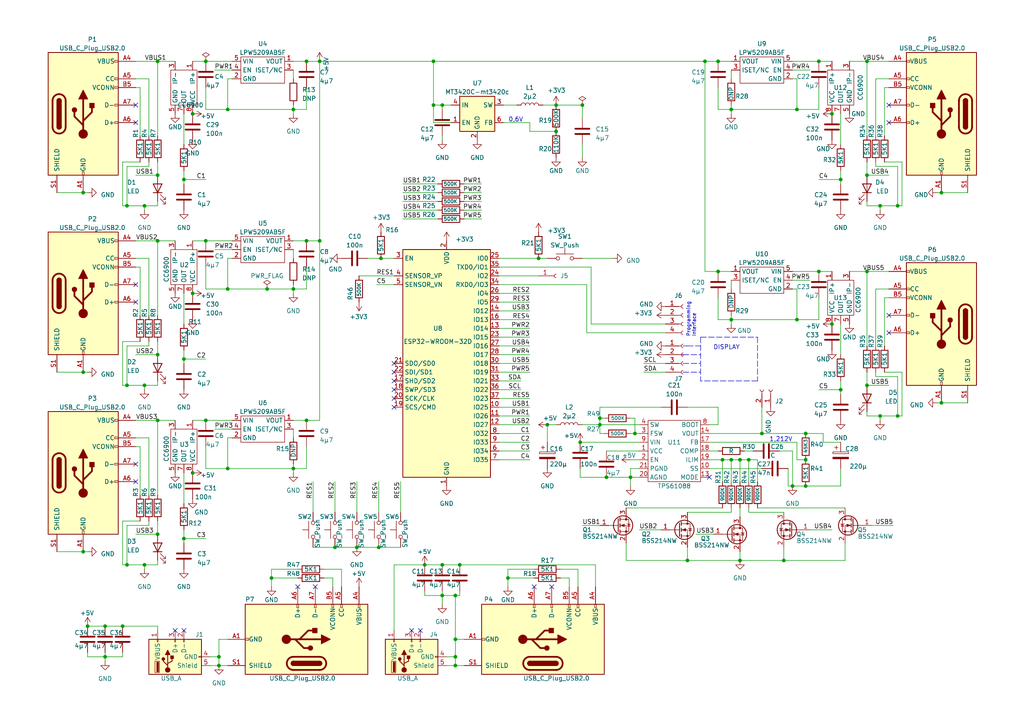
<source format=kicad_sch>
(kicad_sch (version 20210406) (generator eeschema)
  (paper "A4")
  (junction (at 24.13 55.88) (diameter 0.9144))
  (junction (at 24.13 107.95) (diameter 0.9144))
  (junction (at 24.13 160.02) (diameter 0.9144))
  (junction (at 25.4 181.61) (diameter 0.9144))
  (junction (at 30.48 181.61) (diameter 0.9144))
  (junction (at 30.48 190.5) (diameter 0.9144))
  (junction (at 35.56 181.61) (diameter 0.9144))
  (junction (at 36.83 59.69) (diameter 0.9144))
  (junction (at 36.83 111.76) (diameter 0.9144))
  (junction (at 36.83 163.83) (diameter 0.9144))
  (junction (at 41.91 59.69) (diameter 0.9144))
  (junction (at 41.91 111.76) (diameter 0.9144))
  (junction (at 41.91 163.83) (diameter 0.9144))
  (junction (at 45.72 17.78) (diameter 0.9144))
  (junction (at 45.72 50.8) (diameter 0.9144))
  (junction (at 45.72 69.85) (diameter 0.9144))
  (junction (at 45.72 102.87) (diameter 0.9144))
  (junction (at 45.72 121.92) (diameter 0.9144))
  (junction (at 45.72 154.94) (diameter 0.9144))
  (junction (at 53.34 52.07) (diameter 0.9144))
  (junction (at 53.34 104.14) (diameter 0.9144))
  (junction (at 53.34 156.21) (diameter 0.9144))
  (junction (at 55.88 33.02) (diameter 0.9144))
  (junction (at 55.88 85.09) (diameter 0.9144))
  (junction (at 55.88 137.16) (diameter 0.9144))
  (junction (at 59.69 17.78) (diameter 0.9144))
  (junction (at 59.69 69.85) (diameter 0.9144))
  (junction (at 59.69 121.92) (diameter 0.9144))
  (junction (at 63.5 190.5) (diameter 0.9144))
  (junction (at 63.5 193.04) (diameter 0.9144))
  (junction (at 66.04 31.75) (diameter 0.9144))
  (junction (at 66.04 83.82) (diameter 0.9144))
  (junction (at 66.04 135.89) (diameter 0.9144))
  (junction (at 77.47 83.82) (diameter 0.9144))
  (junction (at 78.74 167.64) (diameter 0.9144))
  (junction (at 85.09 31.75) (diameter 0.9144))
  (junction (at 85.09 83.82) (diameter 0.9144))
  (junction (at 85.09 135.89) (diameter 0.9144))
  (junction (at 88.9 17.78) (diameter 0.9144))
  (junction (at 88.9 69.85) (diameter 0.9144))
  (junction (at 88.9 121.92) (diameter 0.9144))
  (junction (at 92.71 17.78) (diameter 0.9144))
  (junction (at 92.71 69.85) (diameter 0.9144))
  (junction (at 97.155 158.75) (diameter 0.9144))
  (junction (at 103.505 158.75) (diameter 0.9144))
  (junction (at 109.855 158.75) (diameter 0.9144))
  (junction (at 110.49 74.93) (diameter 0.9144))
  (junction (at 123.19 163.83) (diameter 0.9144))
  (junction (at 125.73 17.78) (diameter 0.9144))
  (junction (at 125.73 30.48) (diameter 0.9144))
  (junction (at 128.27 30.48) (diameter 0.9144))
  (junction (at 128.27 163.83) (diameter 0.9144))
  (junction (at 128.27 172.72) (diameter 0.9144))
  (junction (at 132.08 172.72) (diameter 0.9144))
  (junction (at 132.08 185.42) (diameter 0.9144))
  (junction (at 132.08 190.5) (diameter 0.9144))
  (junction (at 132.08 193.04) (diameter 0.9144))
  (junction (at 133.35 163.83) (diameter 0.9144))
  (junction (at 147.32 167.64) (diameter 0.9144))
  (junction (at 156.21 74.93) (diameter 0.9144))
  (junction (at 158.75 123.19) (diameter 0.9144))
  (junction (at 161.29 30.48) (diameter 0.9144))
  (junction (at 161.29 38.1) (diameter 0.9144))
  (junction (at 168.275 128.27) (diameter 0.9144))
  (junction (at 168.91 30.48) (diameter 0.9144))
  (junction (at 173.99 121.285) (diameter 0.9144))
  (junction (at 173.99 123.19) (diameter 0.9144))
  (junction (at 175.895 138.43) (diameter 0.9144))
  (junction (at 182.88 138.43) (diameter 0.9144))
  (junction (at 184.15 125.73) (diameter 0.9144))
  (junction (at 199.39 162.56) (diameter 0.9144))
  (junction (at 204.47 17.78) (diameter 0.9144))
  (junction (at 208.28 17.78) (diameter 0.9144))
  (junction (at 208.28 78.74) (diameter 0.9144))
  (junction (at 209.55 133.35) (diameter 0.9144))
  (junction (at 212.09 31.75) (diameter 0.9144))
  (junction (at 212.09 92.71) (diameter 0.9144))
  (junction (at 212.09 133.35) (diameter 0.9144))
  (junction (at 214.63 133.35) (diameter 0.9144))
  (junction (at 214.63 162.56) (diameter 0.9144))
  (junction (at 217.17 133.35) (diameter 0.9144))
  (junction (at 220.98 125.73) (diameter 0.9144))
  (junction (at 227.33 162.56) (diameter 0.9144))
  (junction (at 229.87 140.97) (diameter 0.9144))
  (junction (at 231.14 31.75) (diameter 0.9144))
  (junction (at 231.14 92.71) (diameter 0.9144))
  (junction (at 233.68 125.73) (diameter 0.9144))
  (junction (at 233.68 133.35) (diameter 0.9144))
  (junction (at 233.68 140.97) (diameter 0.9144))
  (junction (at 237.49 17.78) (diameter 0.9144))
  (junction (at 237.49 78.74) (diameter 0.9144))
  (junction (at 241.3 33.02) (diameter 0.9144))
  (junction (at 241.3 93.98) (diameter 0.9144))
  (junction (at 243.84 52.07) (diameter 0.9144))
  (junction (at 243.84 113.03) (diameter 0.9144))
  (junction (at 251.46 17.78) (diameter 0.9144))
  (junction (at 251.46 50.8) (diameter 0.9144))
  (junction (at 251.46 78.74) (diameter 0.9144))
  (junction (at 251.46 111.76) (diameter 0.9144))
  (junction (at 255.27 59.69) (diameter 0.9144))
  (junction (at 255.27 120.65) (diameter 0.9144))
  (junction (at 260.35 59.69) (diameter 0.9144))
  (junction (at 260.35 120.65) (diameter 0.9144))
  (junction (at 273.05 55.88) (diameter 0.9144))
  (junction (at 273.05 116.84) (diameter 0.9144))
  (no_connect (at 39.37 30.48))
  (no_connect (at 39.37 35.56))
  (no_connect (at 39.37 82.55))
  (no_connect (at 39.37 87.63))
  (no_connect (at 39.37 134.62))
  (no_connect (at 39.37 139.7))
  (no_connect (at 50.8 182.88))
  (no_connect (at 53.34 182.88))
  (no_connect (at 86.36 170.18))
  (no_connect (at 91.44 170.18))
  (no_connect (at 114.3 105.41))
  (no_connect (at 114.3 107.95))
  (no_connect (at 114.3 110.49))
  (no_connect (at 114.3 113.03))
  (no_connect (at 114.3 115.57))
  (no_connect (at 114.3 118.11))
  (no_connect (at 119.38 182.88))
  (no_connect (at 121.92 182.88))
  (no_connect (at 154.94 170.18))
  (no_connect (at 160.02 170.18))
  (no_connect (at 205.74 138.43))
  (no_connect (at 257.81 30.48))
  (no_connect (at 257.81 35.56))
  (no_connect (at 257.81 91.44))
  (no_connect (at 257.81 96.52))
  (wire (pts (xy 16.51 55.88) (xy 24.13 55.88)))
  (wire (pts (xy 16.51 107.95) (xy 24.13 107.95)))
  (wire (pts (xy 16.51 160.02) (xy 24.13 160.02)))
  (wire (pts (xy 24.13 55.88) (xy 25.4 55.88)))
  (wire (pts (xy 24.13 107.95) (xy 25.4 107.95)))
  (wire (pts (xy 24.13 160.02) (xy 25.4 160.02)))
  (wire (pts (xy 25.4 181.61) (xy 30.48 181.61)))
  (wire (pts (xy 25.4 189.23) (xy 25.4 190.5)))
  (wire (pts (xy 25.4 190.5) (xy 30.48 190.5)))
  (wire (pts (xy 30.48 181.61) (xy 35.56 181.61)))
  (wire (pts (xy 30.48 189.23) (xy 30.48 190.5)))
  (wire (pts (xy 30.48 190.5) (xy 30.48 191.77)))
  (wire (pts (xy 30.48 190.5) (xy 35.56 190.5)))
  (wire (pts (xy 35.56 46.99) (xy 35.56 59.69)))
  (wire (pts (xy 35.56 59.69) (xy 36.83 59.69)))
  (wire (pts (xy 35.56 99.06) (xy 35.56 111.76)))
  (wire (pts (xy 35.56 111.76) (xy 36.83 111.76)))
  (wire (pts (xy 35.56 151.13) (xy 35.56 163.83)))
  (wire (pts (xy 35.56 163.83) (xy 36.83 163.83)))
  (wire (pts (xy 35.56 181.61) (xy 45.72 181.61)))
  (wire (pts (xy 35.56 189.23) (xy 35.56 190.5)))
  (wire (pts (xy 36.83 48.26) (xy 36.83 59.69)))
  (wire (pts (xy 36.83 59.69) (xy 41.91 59.69)))
  (wire (pts (xy 36.83 100.33) (xy 36.83 111.76)))
  (wire (pts (xy 36.83 111.76) (xy 41.91 111.76)))
  (wire (pts (xy 36.83 152.4) (xy 36.83 163.83)))
  (wire (pts (xy 36.83 163.83) (xy 41.91 163.83)))
  (wire (pts (xy 39.37 17.78) (xy 45.72 17.78)))
  (wire (pts (xy 39.37 22.86) (xy 43.18 22.86)))
  (wire (pts (xy 39.37 25.4) (xy 40.64 25.4)))
  (wire (pts (xy 39.37 50.8) (xy 45.72 50.8)))
  (wire (pts (xy 39.37 69.85) (xy 45.72 69.85)))
  (wire (pts (xy 39.37 74.93) (xy 43.18 74.93)))
  (wire (pts (xy 39.37 77.47) (xy 40.64 77.47)))
  (wire (pts (xy 39.37 102.87) (xy 45.72 102.87)))
  (wire (pts (xy 39.37 121.92) (xy 45.72 121.92)))
  (wire (pts (xy 39.37 127) (xy 43.18 127)))
  (wire (pts (xy 39.37 129.54) (xy 40.64 129.54)))
  (wire (pts (xy 39.37 154.94) (xy 45.72 154.94)))
  (wire (pts (xy 40.64 25.4) (xy 40.64 39.37)))
  (wire (pts (xy 40.64 46.99) (xy 35.56 46.99)))
  (wire (pts (xy 40.64 77.47) (xy 40.64 91.44)))
  (wire (pts (xy 40.64 99.06) (xy 35.56 99.06)))
  (wire (pts (xy 40.64 129.54) (xy 40.64 143.51)))
  (wire (pts (xy 40.64 151.13) (xy 35.56 151.13)))
  (wire (pts (xy 41.91 59.69) (xy 45.72 59.69)))
  (wire (pts (xy 41.91 60.96) (xy 41.91 59.69)))
  (wire (pts (xy 41.91 111.76) (xy 45.72 111.76)))
  (wire (pts (xy 41.91 113.03) (xy 41.91 111.76)))
  (wire (pts (xy 41.91 163.83) (xy 45.72 163.83)))
  (wire (pts (xy 41.91 165.1) (xy 41.91 163.83)))
  (wire (pts (xy 43.18 22.86) (xy 43.18 39.37)))
  (wire (pts (xy 43.18 46.99) (xy 43.18 48.26)))
  (wire (pts (xy 43.18 48.26) (xy 36.83 48.26)))
  (wire (pts (xy 43.18 74.93) (xy 43.18 91.44)))
  (wire (pts (xy 43.18 99.06) (xy 43.18 100.33)))
  (wire (pts (xy 43.18 100.33) (xy 36.83 100.33)))
  (wire (pts (xy 43.18 127) (xy 43.18 143.51)))
  (wire (pts (xy 43.18 151.13) (xy 43.18 152.4)))
  (wire (pts (xy 43.18 152.4) (xy 36.83 152.4)))
  (wire (pts (xy 45.72 17.78) (xy 45.72 39.37)))
  (wire (pts (xy 45.72 17.78) (xy 50.8 17.78)))
  (wire (pts (xy 45.72 46.99) (xy 45.72 50.8)))
  (wire (pts (xy 45.72 58.42) (xy 45.72 59.69)))
  (wire (pts (xy 45.72 69.85) (xy 45.72 91.44)))
  (wire (pts (xy 45.72 69.85) (xy 50.8 69.85)))
  (wire (pts (xy 45.72 99.06) (xy 45.72 102.87)))
  (wire (pts (xy 45.72 110.49) (xy 45.72 111.76)))
  (wire (pts (xy 45.72 121.92) (xy 45.72 143.51)))
  (wire (pts (xy 45.72 121.92) (xy 50.8 121.92)))
  (wire (pts (xy 45.72 151.13) (xy 45.72 154.94)))
  (wire (pts (xy 45.72 162.56) (xy 45.72 163.83)))
  (wire (pts (xy 45.72 182.88) (xy 45.72 181.61)))
  (wire (pts (xy 53.34 33.02) (xy 53.34 41.91)))
  (wire (pts (xy 53.34 52.07) (xy 53.34 49.53)))
  (wire (pts (xy 53.34 52.07) (xy 59.69 52.07)))
  (wire (pts (xy 53.34 53.34) (xy 53.34 52.07)))
  (wire (pts (xy 53.34 85.09) (xy 53.34 93.98)))
  (wire (pts (xy 53.34 104.14) (xy 53.34 101.6)))
  (wire (pts (xy 53.34 104.14) (xy 59.69 104.14)))
  (wire (pts (xy 53.34 105.41) (xy 53.34 104.14)))
  (wire (pts (xy 53.34 137.16) (xy 53.34 146.05)))
  (wire (pts (xy 53.34 156.21) (xy 53.34 153.67)))
  (wire (pts (xy 53.34 156.21) (xy 59.69 156.21)))
  (wire (pts (xy 53.34 157.48) (xy 53.34 156.21)))
  (wire (pts (xy 55.88 17.78) (xy 59.69 17.78)))
  (wire (pts (xy 55.88 69.85) (xy 59.69 69.85)))
  (wire (pts (xy 55.88 121.92) (xy 59.69 121.92)))
  (wire (pts (xy 59.69 17.78) (xy 67.31 17.78)))
  (wire (pts (xy 59.69 25.4) (xy 59.69 31.75)))
  (wire (pts (xy 59.69 31.75) (xy 66.04 31.75)))
  (wire (pts (xy 59.69 69.85) (xy 67.31 69.85)))
  (wire (pts (xy 59.69 77.47) (xy 59.69 83.82)))
  (wire (pts (xy 59.69 83.82) (xy 66.04 83.82)))
  (wire (pts (xy 59.69 121.92) (xy 67.31 121.92)))
  (wire (pts (xy 59.69 129.54) (xy 59.69 135.89)))
  (wire (pts (xy 59.69 135.89) (xy 66.04 135.89)))
  (wire (pts (xy 60.96 190.5) (xy 63.5 190.5)))
  (wire (pts (xy 60.96 193.04) (xy 63.5 193.04)))
  (wire (pts (xy 62.23 20.32) (xy 67.31 20.32)))
  (wire (pts (xy 62.23 72.39) (xy 67.31 72.39)))
  (wire (pts (xy 62.23 124.46) (xy 67.31 124.46)))
  (wire (pts (xy 63.5 185.42) (xy 66.04 185.42)))
  (wire (pts (xy 63.5 190.5) (xy 63.5 185.42)))
  (wire (pts (xy 63.5 193.04) (xy 63.5 190.5)))
  (wire (pts (xy 63.5 193.04) (xy 66.04 193.04)))
  (wire (pts (xy 66.04 22.86) (xy 66.04 31.75)))
  (wire (pts (xy 66.04 31.75) (xy 85.09 31.75)))
  (wire (pts (xy 66.04 74.93) (xy 66.04 83.82)))
  (wire (pts (xy 66.04 83.82) (xy 77.47 83.82)))
  (wire (pts (xy 66.04 127) (xy 66.04 135.89)))
  (wire (pts (xy 66.04 135.89) (xy 85.09 135.89)))
  (wire (pts (xy 67.31 22.86) (xy 66.04 22.86)))
  (wire (pts (xy 67.31 74.93) (xy 66.04 74.93)))
  (wire (pts (xy 67.31 127) (xy 66.04 127)))
  (wire (pts (xy 77.47 83.82) (xy 85.09 83.82)))
  (wire (pts (xy 78.74 165.1) (xy 78.74 167.64)))
  (wire (pts (xy 78.74 167.64) (xy 78.74 170.18)))
  (wire (pts (xy 78.74 167.64) (xy 86.36 167.64)))
  (wire (pts (xy 85.09 17.78) (xy 88.9 17.78)))
  (wire (pts (xy 85.09 20.32) (xy 85.09 22.86)))
  (wire (pts (xy 85.09 30.48) (xy 85.09 31.75)))
  (wire (pts (xy 85.09 31.75) (xy 85.09 33.02)))
  (wire (pts (xy 85.09 69.85) (xy 88.9 69.85)))
  (wire (pts (xy 85.09 72.39) (xy 85.09 74.93)))
  (wire (pts (xy 85.09 82.55) (xy 85.09 83.82)))
  (wire (pts (xy 85.09 83.82) (xy 85.09 85.09)))
  (wire (pts (xy 85.09 121.92) (xy 88.9 121.92)))
  (wire (pts (xy 85.09 124.46) (xy 85.09 127)))
  (wire (pts (xy 85.09 134.62) (xy 85.09 135.89)))
  (wire (pts (xy 85.09 135.89) (xy 85.09 137.16)))
  (wire (pts (xy 86.36 165.1) (xy 78.74 165.1)))
  (wire (pts (xy 88.9 17.78) (xy 92.71 17.78)))
  (wire (pts (xy 88.9 25.4) (xy 88.9 31.75)))
  (wire (pts (xy 88.9 31.75) (xy 85.09 31.75)))
  (wire (pts (xy 88.9 69.85) (xy 92.71 69.85)))
  (wire (pts (xy 88.9 77.47) (xy 88.9 83.82)))
  (wire (pts (xy 88.9 83.82) (xy 85.09 83.82)))
  (wire (pts (xy 88.9 121.92) (xy 92.71 121.92)))
  (wire (pts (xy 88.9 129.54) (xy 88.9 135.89)))
  (wire (pts (xy 88.9 135.89) (xy 85.09 135.89)))
  (wire (pts (xy 90.805 139.7) (xy 90.805 148.59)))
  (wire (pts (xy 90.805 158.75) (xy 97.155 158.75)))
  (wire (pts (xy 92.71 17.78) (xy 92.71 69.85)))
  (wire (pts (xy 92.71 17.78) (xy 125.73 17.78)))
  (wire (pts (xy 92.71 69.85) (xy 92.71 121.92)))
  (wire (pts (xy 93.98 165.1) (xy 99.06 165.1)))
  (wire (pts (xy 93.98 167.64) (xy 96.52 167.64)))
  (wire (pts (xy 96.52 167.64) (xy 96.52 170.18)))
  (wire (pts (xy 97.155 139.7) (xy 97.155 148.59)))
  (wire (pts (xy 97.155 158.75) (xy 103.505 158.75)))
  (wire (pts (xy 99.06 165.1) (xy 99.06 170.18)))
  (wire (pts (xy 103.505 139.7) (xy 103.505 148.59)))
  (wire (pts (xy 103.505 158.75) (xy 109.855 158.75)))
  (wire (pts (xy 104.14 80.01) (xy 114.3 80.01)))
  (wire (pts (xy 106.68 74.93) (xy 110.49 74.93)))
  (wire (pts (xy 109.22 82.55) (xy 114.3 82.55)))
  (wire (pts (xy 109.855 139.7) (xy 109.855 148.59)))
  (wire (pts (xy 109.855 158.75) (xy 116.205 158.75)))
  (wire (pts (xy 110.49 74.93) (xy 114.3 74.93)))
  (wire (pts (xy 114.3 163.83) (xy 123.19 163.83)))
  (wire (pts (xy 114.3 182.88) (xy 114.3 163.83)))
  (wire (pts (xy 116.205 139.7) (xy 116.205 148.59)))
  (wire (pts (xy 116.84 53.34) (xy 127 53.34)))
  (wire (pts (xy 116.84 55.88) (xy 127 55.88)))
  (wire (pts (xy 116.84 58.42) (xy 127 58.42)))
  (wire (pts (xy 116.84 60.96) (xy 127 60.96)))
  (wire (pts (xy 116.84 63.5) (xy 127 63.5)))
  (wire (pts (xy 123.19 163.83) (xy 128.27 163.83)))
  (wire (pts (xy 123.19 171.45) (xy 123.19 172.72)))
  (wire (pts (xy 123.19 172.72) (xy 128.27 172.72)))
  (wire (pts (xy 125.73 17.78) (xy 204.47 17.78)))
  (wire (pts (xy 125.73 30.48) (xy 125.73 17.78)))
  (wire (pts (xy 125.73 35.56) (xy 125.73 30.48)))
  (wire (pts (xy 128.27 30.48) (xy 125.73 30.48)))
  (wire (pts (xy 128.27 30.48) (xy 128.27 31.75)))
  (wire (pts (xy 128.27 39.37) (xy 128.27 40.64)))
  (wire (pts (xy 128.27 163.83) (xy 133.35 163.83)))
  (wire (pts (xy 128.27 171.45) (xy 128.27 172.72)))
  (wire (pts (xy 128.27 172.72) (xy 128.27 175.26)))
  (wire (pts (xy 128.27 172.72) (xy 132.08 172.72)))
  (wire (pts (xy 129.54 190.5) (xy 132.08 190.5)))
  (wire (pts (xy 129.54 193.04) (xy 132.08 193.04)))
  (wire (pts (xy 130.81 30.48) (xy 128.27 30.48)))
  (wire (pts (xy 130.81 35.56) (xy 125.73 35.56)))
  (wire (pts (xy 132.08 172.72) (xy 132.08 185.42)))
  (wire (pts (xy 132.08 172.72) (xy 133.35 172.72)))
  (wire (pts (xy 132.08 185.42) (xy 134.62 185.42)))
  (wire (pts (xy 132.08 190.5) (xy 132.08 185.42)))
  (wire (pts (xy 132.08 193.04) (xy 132.08 190.5)))
  (wire (pts (xy 132.08 193.04) (xy 134.62 193.04)))
  (wire (pts (xy 133.35 163.83) (xy 172.72 163.83)))
  (wire (pts (xy 133.35 171.45) (xy 133.35 172.72)))
  (wire (pts (xy 134.62 53.34) (xy 139.7 53.34)))
  (wire (pts (xy 134.62 55.88) (xy 139.7 55.88)))
  (wire (pts (xy 134.62 58.42) (xy 139.7 58.42)))
  (wire (pts (xy 134.62 60.96) (xy 139.7 60.96)))
  (wire (pts (xy 134.62 63.5) (xy 139.7 63.5)))
  (wire (pts (xy 144.78 74.93) (xy 156.21 74.93)))
  (wire (pts (xy 144.78 77.47) (xy 171.45 77.47)))
  (wire (pts (xy 144.78 80.01) (xy 156.21 80.01)))
  (wire (pts (xy 144.78 82.55) (xy 170.18 82.55)))
  (wire (pts (xy 144.78 85.09) (xy 153.67 85.09)))
  (wire (pts (xy 144.78 87.63) (xy 153.67 87.63)))
  (wire (pts (xy 144.78 90.17) (xy 153.67 90.17)))
  (wire (pts (xy 144.78 92.71) (xy 153.67 92.71)))
  (wire (pts (xy 144.78 95.25) (xy 153.67 95.25)))
  (wire (pts (xy 144.78 97.79) (xy 153.67 97.79)))
  (wire (pts (xy 144.78 100.33) (xy 153.67 100.33)))
  (wire (pts (xy 144.78 102.87) (xy 153.67 102.87)))
  (wire (pts (xy 144.78 105.41) (xy 153.67 105.41)))
  (wire (pts (xy 144.78 107.95) (xy 153.67 107.95)))
  (wire (pts (xy 144.78 110.49) (xy 151.13 110.49)))
  (wire (pts (xy 144.78 113.03) (xy 151.13 113.03)))
  (wire (pts (xy 144.78 115.57) (xy 153.67 115.57)))
  (wire (pts (xy 144.78 118.11) (xy 153.67 118.11)))
  (wire (pts (xy 144.78 120.65) (xy 153.67 120.65)))
  (wire (pts (xy 144.78 123.19) (xy 153.67 123.19)))
  (wire (pts (xy 144.78 125.73) (xy 153.67 125.73)))
  (wire (pts (xy 144.78 128.27) (xy 153.67 128.27)))
  (wire (pts (xy 144.78 130.81) (xy 153.67 130.81)))
  (wire (pts (xy 144.78 133.35) (xy 153.67 133.35)))
  (wire (pts (xy 146.05 30.48) (xy 149.86 30.48)))
  (wire (pts (xy 146.05 35.56) (xy 153.67 35.56)))
  (wire (pts (xy 147.32 165.1) (xy 147.32 167.64)))
  (wire (pts (xy 147.32 167.64) (xy 147.32 170.18)))
  (wire (pts (xy 147.32 167.64) (xy 154.94 167.64)))
  (wire (pts (xy 153.67 35.56) (xy 153.67 38.1)))
  (wire (pts (xy 153.67 38.1) (xy 161.29 38.1)))
  (wire (pts (xy 154.94 165.1) (xy 147.32 165.1)))
  (wire (pts (xy 156.21 74.93) (xy 158.75 74.93)))
  (wire (pts (xy 157.48 30.48) (xy 161.29 30.48)))
  (wire (pts (xy 158.75 123.19) (xy 158.75 128.27)))
  (wire (pts (xy 158.75 123.19) (xy 161.29 123.19)))
  (wire (pts (xy 161.29 30.48) (xy 168.91 30.48)))
  (wire (pts (xy 162.56 165.1) (xy 167.64 165.1)))
  (wire (pts (xy 162.56 167.64) (xy 165.1 167.64)))
  (wire (pts (xy 165.1 167.64) (xy 165.1 170.18)))
  (wire (pts (xy 167.64 170.18) (xy 167.64 165.1)))
  (wire (pts (xy 168.275 128.27) (xy 185.42 128.27)))
  (wire (pts (xy 168.275 135.89) (xy 168.275 138.43)))
  (wire (pts (xy 168.275 138.43) (xy 175.895 138.43)))
  (wire (pts (xy 168.91 30.48) (xy 168.91 34.29)))
  (wire (pts (xy 168.91 41.91) (xy 168.91 45.72)))
  (wire (pts (xy 168.91 74.93) (xy 177.8 74.93)))
  (wire (pts (xy 168.91 123.19) (xy 173.99 123.19)))
  (wire (pts (xy 168.91 152.4) (xy 173.99 152.4)))
  (wire (pts (xy 170.18 82.55) (xy 170.18 96.52)))
  (wire (pts (xy 170.18 96.52) (xy 193.04 96.52)))
  (wire (pts (xy 171.45 77.47) (xy 171.45 93.98)))
  (wire (pts (xy 171.45 93.98) (xy 193.04 93.98)))
  (wire (pts (xy 172.72 163.83) (xy 172.72 170.18)))
  (wire (pts (xy 173.99 118.11) (xy 173.99 121.285)))
  (wire (pts (xy 173.99 121.285) (xy 173.99 123.19)))
  (wire (pts (xy 173.99 121.285) (xy 175.26 121.285)))
  (wire (pts (xy 173.99 123.19) (xy 185.42 123.19)))
  (wire (pts (xy 173.99 125.73) (xy 173.99 123.19)))
  (wire (pts (xy 175.26 125.73) (xy 173.99 125.73)))
  (wire (pts (xy 175.895 130.81) (xy 185.42 130.81)))
  (wire (pts (xy 175.895 138.43) (xy 182.88 138.43)))
  (wire (pts (xy 181.61 147.32) (xy 209.55 147.32)))
  (wire (pts (xy 181.61 162.56) (xy 181.61 157.48)))
  (wire (pts (xy 182.88 121.285) (xy 184.15 121.285)))
  (wire (pts (xy 182.88 133.35) (xy 185.42 133.35)))
  (wire (pts (xy 182.88 135.89) (xy 182.88 138.43)))
  (wire (pts (xy 182.88 138.43) (xy 182.88 140.97)))
  (wire (pts (xy 182.88 138.43) (xy 185.42 138.43)))
  (wire (pts (xy 184.15 121.285) (xy 184.15 125.73)))
  (wire (pts (xy 184.15 125.73) (xy 182.88 125.73)))
  (wire (pts (xy 185.42 125.73) (xy 184.15 125.73)))
  (wire (pts (xy 185.42 135.89) (xy 182.88 135.89)))
  (wire (pts (xy 185.42 153.67) (xy 191.77 153.67)))
  (wire (pts (xy 186.69 105.41) (xy 193.04 105.41)))
  (wire (pts (xy 186.69 107.95) (xy 193.04 107.95)))
  (wire (pts (xy 191.77 118.11) (xy 173.99 118.11)))
  (wire (pts (xy 199.39 118.11) (xy 208.28 118.11)))
  (wire (pts (xy 199.39 148.59) (xy 212.09 148.59)))
  (wire (pts (xy 199.39 158.75) (xy 199.39 162.56)))
  (wire (pts (xy 199.39 162.56) (xy 181.61 162.56)))
  (wire (pts (xy 201.93 154.94) (xy 207.01 154.94)))
  (wire (pts (xy 204.47 17.78) (xy 204.47 78.74)))
  (wire (pts (xy 205.74 125.73) (xy 220.98 125.73)))
  (wire (pts (xy 205.74 128.27) (xy 231.14 128.27)))
  (wire (pts (xy 205.74 130.81) (xy 208.28 130.81)))
  (wire (pts (xy 205.74 133.35) (xy 209.55 133.35)))
  (wire (pts (xy 205.74 135.89) (xy 220.98 135.89)))
  (wire (pts (xy 208.28 17.78) (xy 204.47 17.78)))
  (wire (pts (xy 208.28 25.4) (xy 208.28 31.75)))
  (wire (pts (xy 208.28 31.75) (xy 212.09 31.75)))
  (wire (pts (xy 208.28 78.74) (xy 204.47 78.74)))
  (wire (pts (xy 208.28 86.36) (xy 208.28 92.71)))
  (wire (pts (xy 208.28 92.71) (xy 212.09 92.71)))
  (wire (pts (xy 208.28 118.11) (xy 208.28 123.19)))
  (wire (pts (xy 208.28 123.19) (xy 205.74 123.19)))
  (wire (pts (xy 209.55 133.35) (xy 209.55 139.7)))
  (wire (pts (xy 209.55 133.35) (xy 212.09 133.35)))
  (wire (pts (xy 212.09 17.78) (xy 208.28 17.78)))
  (wire (pts (xy 212.09 20.32) (xy 212.09 22.86)))
  (wire (pts (xy 212.09 30.48) (xy 212.09 31.75)))
  (wire (pts (xy 212.09 31.75) (xy 212.09 33.02)))
  (wire (pts (xy 212.09 78.74) (xy 208.28 78.74)))
  (wire (pts (xy 212.09 81.28) (xy 212.09 83.82)))
  (wire (pts (xy 212.09 91.44) (xy 212.09 92.71)))
  (wire (pts (xy 212.09 92.71) (xy 212.09 93.98)))
  (wire (pts (xy 212.09 133.35) (xy 212.09 139.7)))
  (wire (pts (xy 212.09 133.35) (xy 214.63 133.35)))
  (wire (pts (xy 212.09 148.59) (xy 212.09 147.32)))
  (wire (pts (xy 214.63 133.35) (xy 214.63 139.7)))
  (wire (pts (xy 214.63 133.35) (xy 217.17 133.35)))
  (wire (pts (xy 214.63 147.32) (xy 214.63 149.86)))
  (wire (pts (xy 214.63 160.02) (xy 214.63 162.56)))
  (wire (pts (xy 214.63 162.56) (xy 199.39 162.56)))
  (wire (pts (xy 215.9 130.81) (xy 218.44 130.81)))
  (wire (pts (xy 217.17 133.35) (xy 217.17 139.7)))
  (wire (pts (xy 217.17 133.35) (xy 219.71 133.35)))
  (wire (pts (xy 217.17 147.32) (xy 217.17 148.59)))
  (wire (pts (xy 217.17 148.59) (xy 227.33 148.59)))
  (wire (pts (xy 219.71 133.35) (xy 219.71 139.7)))
  (wire (pts (xy 219.71 147.32) (xy 245.11 147.32)))
  (wire (pts (xy 220.98 118.11) (xy 220.98 125.73)))
  (wire (pts (xy 220.98 125.73) (xy 233.68 125.73)))
  (wire (pts (xy 226.06 130.81) (xy 229.87 130.81)))
  (wire (pts (xy 227.33 158.75) (xy 227.33 162.56)))
  (wire (pts (xy 227.33 162.56) (xy 214.63 162.56)))
  (wire (pts (xy 228.6 135.89) (xy 228.6 140.97)))
  (wire (pts (xy 228.6 140.97) (xy 229.87 140.97)))
  (wire (pts (xy 229.87 22.86) (xy 231.14 22.86)))
  (wire (pts (xy 229.87 83.82) (xy 231.14 83.82)))
  (wire (pts (xy 229.87 130.81) (xy 229.87 140.97)))
  (wire (pts (xy 229.87 140.97) (xy 233.68 140.97)))
  (wire (pts (xy 231.14 22.86) (xy 231.14 31.75)))
  (wire (pts (xy 231.14 31.75) (xy 212.09 31.75)))
  (wire (pts (xy 231.14 83.82) (xy 231.14 92.71)))
  (wire (pts (xy 231.14 92.71) (xy 212.09 92.71)))
  (wire (pts (xy 231.14 133.35) (xy 231.14 128.27)))
  (wire (pts (xy 233.68 125.73) (xy 238.76 125.73)))
  (wire (pts (xy 233.68 133.35) (xy 231.14 133.35)))
  (wire (pts (xy 234.95 20.32) (xy 229.87 20.32)))
  (wire (pts (xy 234.95 81.28) (xy 229.87 81.28)))
  (wire (pts (xy 234.95 153.67) (xy 241.3 153.67)))
  (wire (pts (xy 237.49 17.78) (xy 229.87 17.78)))
  (wire (pts (xy 237.49 25.4) (xy 237.49 31.75)))
  (wire (pts (xy 237.49 31.75) (xy 231.14 31.75)))
  (wire (pts (xy 237.49 78.74) (xy 229.87 78.74)))
  (wire (pts (xy 237.49 86.36) (xy 237.49 92.71)))
  (wire (pts (xy 237.49 92.71) (xy 231.14 92.71)))
  (wire (pts (xy 238.76 128.27) (xy 238.76 125.73)))
  (wire (pts (xy 241.3 17.78) (xy 237.49 17.78)))
  (wire (pts (xy 241.3 78.74) (xy 237.49 78.74)))
  (wire (pts (xy 243.84 33.02) (xy 243.84 41.91)))
  (wire (pts (xy 243.84 52.07) (xy 237.49 52.07)))
  (wire (pts (xy 243.84 52.07) (xy 243.84 49.53)))
  (wire (pts (xy 243.84 53.34) (xy 243.84 52.07)))
  (wire (pts (xy 243.84 93.98) (xy 243.84 102.87)))
  (wire (pts (xy 243.84 113.03) (xy 237.49 113.03)))
  (wire (pts (xy 243.84 113.03) (xy 243.84 110.49)))
  (wire (pts (xy 243.84 114.3) (xy 243.84 113.03)))
  (wire (pts (xy 243.84 128.27) (xy 238.76 128.27)))
  (wire (pts (xy 243.84 135.89) (xy 243.84 140.97)))
  (wire (pts (xy 243.84 140.97) (xy 233.68 140.97)))
  (wire (pts (xy 245.11 157.48) (xy 245.11 162.56)))
  (wire (pts (xy 245.11 162.56) (xy 227.33 162.56)))
  (wire (pts (xy 246.38 17.78) (xy 251.46 17.78)))
  (wire (pts (xy 246.38 78.74) (xy 251.46 78.74)))
  (wire (pts (xy 251.46 17.78) (xy 251.46 39.37)))
  (wire (pts (xy 251.46 46.99) (xy 251.46 50.8)))
  (wire (pts (xy 251.46 50.8) (xy 257.81 50.8)))
  (wire (pts (xy 251.46 58.42) (xy 251.46 59.69)))
  (wire (pts (xy 251.46 59.69) (xy 255.27 59.69)))
  (wire (pts (xy 251.46 78.74) (xy 251.46 100.33)))
  (wire (pts (xy 251.46 78.74) (xy 257.81 78.74)))
  (wire (pts (xy 251.46 107.95) (xy 251.46 111.76)))
  (wire (pts (xy 251.46 111.76) (xy 257.81 111.76)))
  (wire (pts (xy 251.46 119.38) (xy 251.46 120.65)))
  (wire (pts (xy 251.46 120.65) (xy 255.27 120.65)))
  (wire (pts (xy 252.73 152.4) (xy 259.08 152.4)))
  (wire (pts (xy 254 22.86) (xy 254 39.37)))
  (wire (pts (xy 254 46.99) (xy 254 48.26)))
  (wire (pts (xy 254 48.26) (xy 260.35 48.26)))
  (wire (pts (xy 254 83.82) (xy 254 100.33)))
  (wire (pts (xy 254 107.95) (xy 254 109.22)))
  (wire (pts (xy 254 109.22) (xy 260.35 109.22)))
  (wire (pts (xy 255.27 59.69) (xy 260.35 59.69)))
  (wire (pts (xy 255.27 60.96) (xy 255.27 59.69)))
  (wire (pts (xy 255.27 120.65) (xy 260.35 120.65)))
  (wire (pts (xy 255.27 121.92) (xy 255.27 120.65)))
  (wire (pts (xy 256.54 25.4) (xy 256.54 39.37)))
  (wire (pts (xy 256.54 46.99) (xy 261.62 46.99)))
  (wire (pts (xy 256.54 86.36) (xy 256.54 100.33)))
  (wire (pts (xy 256.54 107.95) (xy 261.62 107.95)))
  (wire (pts (xy 257.81 17.78) (xy 251.46 17.78)))
  (wire (pts (xy 257.81 22.86) (xy 254 22.86)))
  (wire (pts (xy 257.81 25.4) (xy 256.54 25.4)))
  (wire (pts (xy 257.81 83.82) (xy 254 83.82)))
  (wire (pts (xy 257.81 86.36) (xy 256.54 86.36)))
  (wire (pts (xy 260.35 48.26) (xy 260.35 59.69)))
  (wire (pts (xy 260.35 59.69) (xy 261.62 59.69)))
  (wire (pts (xy 260.35 109.22) (xy 260.35 120.65)))
  (wire (pts (xy 260.35 120.65) (xy 261.62 120.65)))
  (wire (pts (xy 261.62 46.99) (xy 261.62 59.69)))
  (wire (pts (xy 261.62 107.95) (xy 261.62 120.65)))
  (wire (pts (xy 273.05 55.88) (xy 271.78 55.88)))
  (wire (pts (xy 273.05 55.88) (xy 280.67 55.88)))
  (wire (pts (xy 273.05 116.84) (xy 271.78 116.84)))
  (wire (pts (xy 273.05 116.84) (xy 280.67 116.84)))
  (polyline (pts (xy 198.12 100.33) (xy 199.39 100.33)) (stroke (width 0) (type dash)))
  (polyline (pts (xy 198.12 102.87) (xy 203.2 102.87)) (stroke (width 0) (type dash)))
  (polyline (pts (xy 198.12 105.41) (xy 203.2 105.41)) (stroke (width 0) (type dash)))
  (polyline (pts (xy 198.12 107.95) (xy 203.2 107.95)) (stroke (width 0) (type dash)))
  (polyline (pts (xy 199.39 100.33) (xy 203.2 100.33)) (stroke (width 0) (type dash)))
  (polyline (pts (xy 203.2 97.79) (xy 203.2 110.49)) (stroke (width 0) (type dash)))
  (polyline (pts (xy 203.2 97.79) (xy 219.71 97.79)) (stroke (width 0) (type dash)))
  (polyline (pts (xy 219.71 97.79) (xy 219.71 110.49)) (stroke (width 0) (type dash)))
  (polyline (pts (xy 219.71 110.49) (xy 203.2 110.49)) (stroke (width 0) (type dash)))
  (text "0,6V" (at 151.765 35.56 180) (effects (font (size 1.27 1.27)) (justify right bottom)))
  (text "Programming\nInterface" (at 201.93 97.79 90) (effects (font (size 1.016 1.016)) (justify left bottom)))
  (text "DISPLAY" (at 214.63 101.6 180) (effects (font (size 1.27 1.27)) (justify right bottom)))
  (text "1,212V" (at 229.87 128.27 180) (effects (font (size 1.27 1.27)) (justify right bottom)))
  (label "USB1" (at 39.37 50.8 0))
  (label "USB2" (at 39.37 102.87 0))
  (label "USB3" (at 39.37 154.94 0))
  (label "VBUS2" (at 45.72 69.85 180))
  (label "VBUS3" (at 45.72 121.92 180))
  (label "VBUS1" (at 48.26 17.78 180))
  (label "C1" (at 59.69 52.07 180))
  (label "C2" (at 59.69 104.14 180))
  (label "C3" (at 59.69 156.21 180))
  (label "PWR1" (at 62.23 20.32 0))
  (label "PWR2" (at 62.23 72.39 0))
  (label "PWR3" (at 62.23 124.46 0))
  (label "RES1" (at 90.805 139.7 270))
  (label "RES2" (at 97.155 139.7 270))
  (label "RES3" (at 103.505 139.7 270))
  (label "RES1" (at 109.22 80.01 0))
  (label "C5" (at 109.22 82.55 0))
  (label "RES4" (at 109.855 139.7 270))
  (label "RES5" (at 116.205 139.7 270))
  (label "USB1" (at 116.84 53.34 0))
  (label "USB2" (at 116.84 55.88 0))
  (label "USB3" (at 116.84 58.42 0))
  (label "USB4" (at 116.84 60.96 0))
  (label "USB5" (at 116.84 63.5 0))
  (label "PWR1" (at 139.7 53.34 180))
  (label "PWR2" (at 139.7 55.88 180))
  (label "PWR3" (at 139.7 58.42 180))
  (label "PWR4" (at 139.7 60.96 180))
  (label "PWR5" (at 139.7 63.5 180))
  (label "SDA" (at 151.13 110.49 180))
  (label "SCL" (at 151.13 113.03 180))
  (label "RES2" (at 153.67 85.09 180))
  (label "RES3" (at 153.67 87.63 180))
  (label "USB3" (at 153.67 90.17 180))
  (label "RES4" (at 153.67 92.71 180))
  (label "PWR2" (at 153.67 95.25 180))
  (label "PWR3" (at 153.67 97.79 180))
  (label "USB4" (at 153.67 100.33 180))
  (label "PWR4" (at 153.67 102.87 180))
  (label "USB5" (at 153.67 105.41 180))
  (label "PWR5" (at 153.67 107.95 180))
  (label "RES5" (at 153.67 115.57 180))
  (label "USB1" (at 153.67 118.11 180))
  (label "PWR1" (at 153.67 120.65 180))
  (label "USB2" (at 153.67 123.19 180))
  (label "C1" (at 153.67 125.73 180))
  (label "C2" (at 153.67 128.27 180))
  (label "C3" (at 153.67 130.81 180))
  (label "C4" (at 153.67 133.35 180))
  (label "USB1" (at 168.91 152.4 0))
  (label "USB2" (at 185.42 153.67 0))
  (label "SCL" (at 186.69 105.41 0))
  (label "SDA" (at 186.69 107.95 0))
  (label "USB3" (at 201.93 154.94 0))
  (label "PWR4" (at 234.95 20.32 180))
  (label "PWR5" (at 234.95 81.28 180))
  (label "C4" (at 237.49 52.07 0))
  (label "C5" (at 237.49 113.03 0))
  (label "USB4" (at 241.3 153.67 180))
  (label "VBUS4" (at 256.54 17.78 180))
  (label "VBUS5" (at 256.54 78.74 180))
  (label "USB4" (at 257.81 50.8 180))
  (label "USB5" (at 257.81 111.76 180))
  (label "USB5" (at 259.08 152.4 180))
  (symbol (lib_id "power:+5V") (at 25.4 181.61 0) (unit 1)
    (property "Reference" "#PWR0111" (effects hide))
    (property "Value" "+5V" (at 27.3051 177.8 0) (effects (justify right)))
  )
  (symbol (lib_id "power:+5V") (at 55.88 33.02 270) (unit 1)
    (property "Reference" "#PWR011" (effects hide))
    (property "Value" "+5V" (at 62.23 33.6551 90) (effects (justify right)))
  )
  (symbol (lib_id "power:+5V") (at 55.88 85.09 270) (unit 1)
    (property "Reference" "#PWR012" (effects hide))
    (property "Value" "+5V" (at 62.23 85.7251 90) (effects (justify right)))
  )
  (symbol (lib_id "power:+5V") (at 55.88 137.16 270) (unit 1)
    (property "Reference" "#PWR013" (effects hide))
    (property "Value" "+5V" (at 62.23 137.7951 90) (effects (justify right)))
  )
  (symbol (lib_id "power:+5V") (at 92.71 17.78 0) (unit 1)
    (property "Reference" "#PWR016" (effects hide))
    (property "Value" "+5V" (at 94.6151 16.51 90) (effects (justify right)))
  )
  (symbol (lib_id "power:+3V3") (at 104.14 87.63 180) (unit 1)
    (property "Reference" "#PWR0106" (effects hide))
    (property "Value" "+3V3" (at 106.68 91.8846 0) (effects (justify left)))
  )
  (symbol (lib_id "power:+5V") (at 104.14 170.18 0) (unit 1)
    (property "Reference" "#PWR055" (effects hide))
    (property "Value" "+5V" (at 106.0451 166.37 0) (effects (justify right)))
  )
  (symbol (lib_id "power:+3V3") (at 110.49 67.31 0) (unit 1)
    (property "Reference" "#PWR018" (effects hide))
    (property "Value" "+3V3" (at 107.95 63.0554 0) (effects (justify left)))
  )
  (symbol (lib_id "power:+5V") (at 123.19 163.83 0) (unit 1)
    (property "Reference" "#PWR0104" (effects hide))
    (property "Value" "+5V" (at 125.0951 160.02 0) (effects (justify right)))
  )
  (symbol (lib_id "power:+3V3") (at 129.54 69.85 0) (unit 1)
    (property "Reference" "#PWR021" (effects hide))
    (property "Value" "+3V3" (at 132.08 69.4054 0) (effects (justify left)))
  )
  (symbol (lib_id "power:+3V3") (at 156.21 67.31 0) (unit 1)
    (property "Reference" "#PWR026" (effects hide))
    (property "Value" "+3V3" (at 158.75 66.8654 0) (effects (justify left)))
  )
  (symbol (lib_id "power:+5V") (at 158.75 123.19 90) (unit 1)
    (property "Reference" "#PWR0108" (effects hide))
    (property "Value" "+5V" (at 157.48 121.2849 90) (effects (justify right)))
  )
  (symbol (lib_id "power:+3V3") (at 161.29 30.48 0) (unit 1)
    (property "Reference" "#PWR024" (effects hide))
    (property "Value" "+3V3" (at 158.75 26.2254 0) (effects (justify left)))
  )
  (symbol (lib_id "power:+5V") (at 168.275 128.27 0) (unit 1)
    (property "Reference" "#PWR0107" (effects hide))
    (property "Value" "+5V" (at 167.6401 126.365 0) (effects (justify right)))
  )
  (symbol (lib_id "power:+5V") (at 182.88 133.35 90) (unit 1)
    (property "Reference" "#PWR0117" (effects hide))
    (property "Value" "+5V" (at 180.34 132.0799 90) (effects (justify right)))
  )
  (symbol (lib_id "power:+3V3") (at 193.04 91.44 90) (unit 1)
    (property "Reference" "#PWR030" (effects hide))
    (property "Value" "+3V3" (at 189.23 90.8049 90) (effects (justify left)))
  )
  (symbol (lib_id "power:+3V3") (at 193.04 102.87 90) (unit 1)
    (property "Reference" "#PWR032" (effects hide))
    (property "Value" "+3V3" (at 189.23 102.2349 90) (effects (justify left)))
  )
  (symbol (lib_id "power:+5V") (at 241.3 33.02 90) (mirror x) (unit 1)
    (property "Reference" "#PWR035" (effects hide))
    (property "Value" "+5V" (at 233.68 33.6551 90) (effects (justify right)))
  )
  (symbol (lib_id "power:+5V") (at 241.3 93.98 90) (mirror x) (unit 1)
    (property "Reference" "#PWR036" (effects hide))
    (property "Value" "+5V" (at 233.68 94.6151 90) (effects (justify right)))
  )
  (symbol (lib_id "power:PWR_FLAG") (at 59.69 17.78 0) (unit 1)
    (property "Reference" "#FLG0102" (effects hide))
    (property "Value" "PWR_FLAG" (effects hide))
  )
  (symbol (lib_id "power:PWR_FLAG") (at 77.47 83.82 0) (unit 1)
    (property "Reference" "#FLG0112" (effects hide))
    (property "Value" "PWR_FLAG" (at 77.47 80.01 0))
  )
  (symbol (lib_id "power:PWR_FLAG") (at 168.91 30.48 0) (unit 1)
    (property "Reference" "#FLG0103" (effects hide))
    (property "Value" "PWR_FLAG" (effects hide))
  )
  (symbol (lib_id "Connector:Conn_01x01_Female") (at 161.29 80.01 0) (unit 1)
    (property "Reference" "J5" (at 163.6776 80.01 0))
    (property "Value" "Conn_01x01_Female" (effects hide))
    (property "Footprint" "Connector_PinHeader_2.54mm:PinHeader_1x01_P2.54mm_Vertical" (effects hide))
    (property "LCSC" "dnp" (effects hide))
  )
  (symbol (lib_id "power:GND") (at 25.4 55.88 90) (unit 1)
    (property "Reference" "#PWR0101" (effects hide))
    (property "Value" "GND" (at 29.21 56.5149 90) (effects (justify right)))
  )
  (symbol (lib_id "power:GND") (at 25.4 107.95 90) (unit 1)
    (property "Reference" "#PWR01" (effects hide))
    (property "Value" "GND" (at 29.21 108.5849 90) (effects (justify right)))
  )
  (symbol (lib_id "power:GND") (at 25.4 160.02 90) (unit 1)
    (property "Reference" "#PWR02" (effects hide))
    (property "Value" "GND" (at 29.21 160.6549 90) (effects (justify right)))
  )
  (symbol (lib_id "power:GND") (at 30.48 191.77 0) (unit 1)
    (property "Reference" "#PWR0112" (effects hide))
    (property "Value" "GND" (at 30.48 196.85 0))
  )
  (symbol (lib_id "power:GND") (at 41.91 60.96 0) (unit 1)
    (property "Reference" "#PWR0102" (effects hide))
    (property "Value" "GND" (at 41.91 66.04 0))
  )
  (symbol (lib_id "power:GND") (at 41.91 113.03 0) (unit 1)
    (property "Reference" "#PWR03" (effects hide))
    (property "Value" "GND" (at 41.91 118.11 0))
  )
  (symbol (lib_id "power:GND") (at 41.91 165.1 0) (unit 1)
    (property "Reference" "#PWR04" (effects hide))
    (property "Value" "GND" (at 41.91 170.18 0))
  )
  (symbol (lib_id "power:GND") (at 50.8 33.02 0) (unit 1)
    (property "Reference" "#PWR05" (effects hide))
    (property "Value" "GND" (at 50.8 36.83 0))
  )
  (symbol (lib_id "power:GND") (at 50.8 85.09 0) (unit 1)
    (property "Reference" "#PWR06" (effects hide))
    (property "Value" "GND" (at 50.8 88.9 0))
  )
  (symbol (lib_id "power:GND") (at 50.8 137.16 0) (unit 1)
    (property "Reference" "#PWR07" (effects hide))
    (property "Value" "GND" (at 50.8 140.97 0))
  )
  (symbol (lib_id "power:GND") (at 53.34 60.96 0) (unit 1)
    (property "Reference" "#PWR08" (effects hide))
    (property "Value" "GND" (at 53.34 66.04 0))
  )
  (symbol (lib_id "power:GND") (at 53.34 113.03 0) (unit 1)
    (property "Reference" "#PWR09" (effects hide))
    (property "Value" "GND" (at 53.34 118.11 0))
  )
  (symbol (lib_id "power:GND") (at 53.34 165.1 0) (unit 1)
    (property "Reference" "#PWR010" (effects hide))
    (property "Value" "GND" (at 53.34 170.18 0))
  )
  (symbol (lib_id "power:GND") (at 55.88 40.64 0) (unit 1)
    (property "Reference" "#PWR047" (effects hide))
    (property "Value" "GND" (at 55.88 44.45 0))
  )
  (symbol (lib_id "power:GND") (at 55.88 92.71 0) (unit 1)
    (property "Reference" "#PWR048" (effects hide))
    (property "Value" "GND" (at 55.88 96.52 0))
  )
  (symbol (lib_id "power:GND") (at 55.88 144.78 0) (unit 1)
    (property "Reference" "#PWR049" (effects hide))
    (property "Value" "GND" (at 58.42 148.59 0))
  )
  (symbol (lib_id "power:GND") (at 63.5 193.04 0) (unit 1)
    (property "Reference" "#PWR053" (effects hide))
    (property "Value" "GND" (at 63.5 198.12 0))
  )
  (symbol (lib_id "power:GND") (at 78.74 170.18 0) (unit 1)
    (property "Reference" "#PWR054" (effects hide))
    (property "Value" "GND" (at 78.74 173.99 0))
  )
  (symbol (lib_id "power:GND") (at 85.09 33.02 0) (unit 1)
    (property "Reference" "#PWR0109" (effects hide))
    (property "Value" "GND" (at 85.09 38.1 0))
  )
  (symbol (lib_id "power:GND") (at 85.09 85.09 0) (unit 1)
    (property "Reference" "#PWR014" (effects hide))
    (property "Value" "GND" (at 85.09 90.17 0))
  )
  (symbol (lib_id "power:GND") (at 85.09 137.16 0) (unit 1)
    (property "Reference" "#PWR015" (effects hide))
    (property "Value" "GND" (at 85.09 142.24 0))
  )
  (symbol (lib_id "power:GND") (at 99.06 74.93 270) (unit 1)
    (property "Reference" "#PWR017" (effects hide))
    (property "Value" "GND" (at 95.25 78.1049 90) (effects (justify left)))
  )
  (symbol (lib_id "power:GND") (at 103.505 158.75 0) (unit 1)
    (property "Reference" "#PWR0105" (effects hide))
    (property "Value" "GND" (at 103.505 163.83 0))
  )
  (symbol (lib_id "power:GND") (at 128.27 40.64 0) (unit 1)
    (property "Reference" "#PWR019" (effects hide))
    (property "Value" "GND" (at 128.27 45.72 0))
  )
  (symbol (lib_id "power:GND") (at 128.27 175.26 0) (unit 1)
    (property "Reference" "#PWR0103" (effects hide))
    (property "Value" "GND" (at 128.27 180.34 0))
  )
  (symbol (lib_id "power:GND") (at 129.54 140.97 0) (unit 1)
    (property "Reference" "#PWR022" (effects hide))
    (property "Value" "GND" (at 129.54 146.05 0))
  )
  (symbol (lib_id "power:GND") (at 138.43 40.64 0) (unit 1)
    (property "Reference" "#PWR020" (effects hide))
    (property "Value" "GND" (at 138.43 45.72 0))
  )
  (symbol (lib_id "power:GND") (at 147.32 170.18 0) (unit 1)
    (property "Reference" "#PWR023" (effects hide))
    (property "Value" "GND" (at 147.32 173.99 0))
  )
  (symbol (lib_id "power:GND") (at 158.75 135.89 0) (unit 1)
    (property "Reference" "#PWR0110" (effects hide))
    (property "Value" "GND" (at 158.75 140.97 0))
  )
  (symbol (lib_id "power:GND") (at 161.29 45.72 0) (unit 1)
    (property "Reference" "#PWR025" (effects hide))
    (property "Value" "GND" (at 161.29 49.53 0))
  )
  (symbol (lib_id "power:GND") (at 168.91 45.72 0) (unit 1)
    (property "Reference" "#PWR027" (effects hide))
    (property "Value" "GND" (at 168.91 49.53 0))
  )
  (symbol (lib_id "power:GND") (at 177.8 74.93 90) (mirror x) (unit 1)
    (property "Reference" "#PWR028" (effects hide))
    (property "Value" "GND" (at 181.61 75.5649 90) (effects (justify right)))
  )
  (symbol (lib_id "power:GND") (at 182.88 140.97 0) (unit 1)
    (property "Reference" "#PWR0116" (effects hide))
    (property "Value" "GND" (at 182.88 146.05 0))
  )
  (symbol (lib_id "power:GND") (at 193.04 88.9 270) (mirror x) (unit 1)
    (property "Reference" "#PWR029" (effects hide))
    (property "Value" "GND" (at 185.42 88.2649 90) (effects (justify left)))
  )
  (symbol (lib_id "power:GND") (at 193.04 100.33 270) (mirror x) (unit 1)
    (property "Reference" "#PWR031" (effects hide))
    (property "Value" "GND" (at 185.42 99.6949 90) (effects (justify left)))
  )
  (symbol (lib_id "power:GND") (at 212.09 33.02 0) (mirror y) (unit 1)
    (property "Reference" "#PWR033" (effects hide))
    (property "Value" "GND" (at 212.09 36.83 0))
  )
  (symbol (lib_id "power:GND") (at 212.09 93.98 0) (mirror y) (unit 1)
    (property "Reference" "#PWR034" (effects hide))
    (property "Value" "GND" (at 215.9 95.885 0))
  )
  (symbol (lib_id "power:GND") (at 214.63 162.56 0) (unit 1)
    (property "Reference" "#PWR045" (effects hide))
    (property "Value" "GND" (at 214.63 167.64 0))
  )
  (symbol (lib_id "power:GND") (at 223.52 118.11 0) (mirror y) (unit 1)
    (property "Reference" "#PWR046" (effects hide))
    (property "Value" "GND" (at 222.8849 125.73 90) (effects (justify left)))
  )
  (symbol (lib_id "power:GND") (at 229.87 140.97 0) (unit 1)
    (property "Reference" "#PWR0118" (effects hide))
    (property "Value" "GND" (at 229.87 146.05 0))
  )
  (symbol (lib_id "power:GND") (at 241.3 40.64 0) (unit 1)
    (property "Reference" "#PWR050" (effects hide))
    (property "Value" "GND" (at 238.76 43.18 0))
  )
  (symbol (lib_id "power:GND") (at 241.3 101.6 0) (unit 1)
    (property "Reference" "#PWR051" (effects hide))
    (property "Value" "GND" (at 238.76 104.14 0))
  )
  (symbol (lib_id "power:GND") (at 243.84 60.96 0) (mirror y) (unit 1)
    (property "Reference" "#PWR037" (effects hide))
    (property "Value" "GND" (at 243.84 66.04 0))
  )
  (symbol (lib_id "power:GND") (at 243.84 121.92 0) (mirror y) (unit 1)
    (property "Reference" "#PWR038" (effects hide))
    (property "Value" "GND" (at 243.84 127 0))
  )
  (symbol (lib_id "power:GND") (at 246.38 33.02 0) (mirror y) (unit 1)
    (property "Reference" "#PWR039" (effects hide))
    (property "Value" "GND" (at 248.92 33.02 0))
  )
  (symbol (lib_id "power:GND") (at 246.38 93.98 0) (mirror y) (unit 1)
    (property "Reference" "#PWR040" (effects hide))
    (property "Value" "GND" (at 246.38 97.79 0))
  )
  (symbol (lib_id "power:GND") (at 255.27 60.96 0) (mirror y) (unit 1)
    (property "Reference" "#PWR041" (effects hide))
    (property "Value" "GND" (at 255.27 66.04 0))
  )
  (symbol (lib_id "power:GND") (at 255.27 121.92 0) (mirror y) (unit 1)
    (property "Reference" "#PWR042" (effects hide))
    (property "Value" "GND" (at 255.27 127 0))
  )
  (symbol (lib_id "power:GND") (at 271.78 55.88 270) (mirror x) (unit 1)
    (property "Reference" "#PWR043" (effects hide))
    (property "Value" "GND" (at 269.24 56.5149 90) (effects (justify right)))
  )
  (symbol (lib_id "power:GND") (at 271.78 116.84 270) (mirror x) (unit 1)
    (property "Reference" "#PWR044" (effects hide))
    (property "Value" "GND" (at 267.97 117.4749 90) (effects (justify right)))
  )
  (symbol (lib_id "Device:L") (at 153.67 30.48 90) (unit 1)
    (property "Reference" "L1" (at 153.67 25.4 90))
    (property "Value" "2µ2" (at 153.67 27.94 90))
    (property "Footprint" "Inductor_SMD:L_Wuerth_WE-PD2-Typ-L" (effects hide))
    (property "LCSC" "C405172" (effects hide))
  )
  (symbol (lib_id "Device:L") (at 165.1 123.19 90) (unit 1)
    (property "Reference" "L2" (at 165.1 118.11 90))
    (property "Value" "2µ2" (at 165.1 120.65 90))
    (property "Footprint" "Inductor_SMD:L_Wuerth_WE-PD2-Typ-L" (effects hide))
    (property "LCSC" "C405172" (effects hide))
  )
  (symbol (lib_id "Device:R") (at 40.64 43.18 0) (unit 1)
    (property "Reference" "R1" (at 39.37 40.0049 90) (effects (justify left)))
    (property "Value" "5K1" (at 40.64 45.0849 90) (effects (justify left)))
    (property "Footprint" "Resistor_SMD:R_0603_1608Metric" (effects hide))
    (property "LCSC" "C2907044" (effects hide))
  )
  (symbol (lib_id "Device:R") (at 40.64 95.25 0) (unit 1)
    (property "Reference" "R2" (at 39.37 92.0749 90) (effects (justify left)))
    (property "Value" "5K1" (at 40.64 97.1549 90) (effects (justify left)))
    (property "Footprint" "Resistor_SMD:R_0603_1608Metric" (effects hide))
    (property "LCSC" "C2907044" (effects hide))
  )
  (symbol (lib_id "Device:R") (at 40.64 147.32 0) (unit 1)
    (property "Reference" "R3" (at 39.37 144.1449 90) (effects (justify left)))
    (property "Value" "5K1" (at 40.64 149.2249 90) (effects (justify left)))
    (property "Footprint" "Resistor_SMD:R_0603_1608Metric" (effects hide))
    (property "LCSC" "C2907044" (effects hide))
  )
  (symbol (lib_id "Device:R") (at 43.18 43.18 0) (unit 1)
    (property "Reference" "R4" (at 41.91 40.0049 90) (effects (justify left)))
    (property "Value" "5K1" (at 43.18 45.0849 90) (effects (justify left)))
    (property "Footprint" "Resistor_SMD:R_0603_1608Metric" (effects hide))
    (property "LCSC" "C2907044" (effects hide))
  )
  (symbol (lib_id "Device:R") (at 43.18 95.25 0) (unit 1)
    (property "Reference" "R5" (at 41.91 92.0749 90) (effects (justify left)))
    (property "Value" "5K1" (at 43.18 97.1549 90) (effects (justify left)))
    (property "Footprint" "Resistor_SMD:R_0603_1608Metric" (effects hide))
    (property "LCSC" "C2907044" (effects hide))
  )
  (symbol (lib_id "Device:R") (at 43.18 147.32 0) (unit 1)
    (property "Reference" "R6" (at 41.91 144.1449 90) (effects (justify left)))
    (property "Value" "5K1" (at 43.18 149.2249 90) (effects (justify left)))
    (property "Footprint" "Resistor_SMD:R_0603_1608Metric" (effects hide))
    (property "LCSC" "C2907044" (effects hide))
  )
  (symbol (lib_id "Device:R") (at 45.72 43.18 0) (unit 1)
    (property "Reference" "R7" (at 44.45 40.0049 90) (effects (justify left)))
    (property "Value" "5K1" (at 45.72 45.0849 90) (effects (justify left)))
    (property "Footprint" "Resistor_SMD:R_0603_1608Metric" (effects hide))
    (property "LCSC" "C2907044" (effects hide))
  )
  (symbol (lib_id "Device:R") (at 45.72 95.25 0) (unit 1)
    (property "Reference" "R8" (at 44.45 92.0749 90) (effects (justify left)))
    (property "Value" "5K1" (at 45.72 97.1549 90) (effects (justify left)))
    (property "Footprint" "Resistor_SMD:R_0603_1608Metric" (effects hide))
    (property "LCSC" "C2907044" (effects hide))
  )
  (symbol (lib_id "Device:R") (at 45.72 147.32 0) (unit 1)
    (property "Reference" "R9" (at 44.45 144.1449 90) (effects (justify left)))
    (property "Value" "5K1" (at 45.72 149.2249 90) (effects (justify left)))
    (property "Footprint" "Resistor_SMD:R_0603_1608Metric" (effects hide))
    (property "LCSC" "C2907044" (effects hide))
  )
  (symbol (lib_id "Device:R") (at 53.34 45.72 0) (unit 1)
    (property "Reference" "R10" (at 54.61 41.2749 0) (effects (justify left)))
    (property "Value" "5K1" (at 53.34 47.6249 90) (effects (justify left)))
    (property "Footprint" "Resistor_SMD:R_0603_1608Metric" (effects hide))
    (property "LCSC" "C2907044" (effects hide))
  )
  (symbol (lib_id "Device:R") (at 53.34 97.79 0) (unit 1)
    (property "Reference" "R11" (at 54.61 93.3449 0) (effects (justify left)))
    (property "Value" "5K1" (at 53.34 99.6949 90) (effects (justify left)))
    (property "Footprint" "Resistor_SMD:R_0603_1608Metric" (effects hide))
    (property "LCSC" "C2907044" (effects hide))
  )
  (symbol (lib_id "Device:R") (at 53.34 149.86 0) (unit 1)
    (property "Reference" "R12" (at 54.61 151.7649 0) (effects (justify left)))
    (property "Value" "5K1" (at 53.34 151.7649 90) (effects (justify left)))
    (property "Footprint" "Resistor_SMD:R_0603_1608Metric" (effects hide))
    (property "LCSC" "C2907044" (effects hide))
  )
  (symbol (lib_id "Device:R") (at 85.09 26.67 0) (unit 1)
    (property "Reference" "R13" (at 87.63 26.0349 0) (effects (justify left)))
    (property "Value" "DNP" (at 87.63 28.5749 0) (effects (justify left)))
    (property "Footprint" "Resistor_SMD:R_0603_1608Metric" (effects hide))
    (property "LCSC" "dnp" (effects hide))
  )
  (symbol (lib_id "Device:R") (at 85.09 78.74 0) (unit 1)
    (property "Reference" "R14" (at 87.63 78.1049 0) (effects (justify left)))
    (property "Value" "DNP" (at 87.63 80.6449 0) (effects (justify left)))
    (property "Footprint" "Resistor_SMD:R_0603_1608Metric" (effects hide))
    (property "LCSC" "dnp" (effects hide))
  )
  (symbol (lib_id "Device:R") (at 85.09 130.81 0) (unit 1)
    (property "Reference" "R15" (at 80.01 130.1749 0) (effects (justify left)))
    (property "Value" "DNP" (at 85.09 132.7149 90) (effects (justify left)))
    (property "Footprint" "Resistor_SMD:R_0603_1608Metric" (effects hide))
    (property "LCSC" "dnp" (effects hide))
  )
  (symbol (lib_id "Device:R") (at 90.17 165.1 270) (unit 1)
    (property "Reference" "R47" (at 85.09 163.83 90))
    (property "Value" "5K1" (at 90.17 167.64 90))
    (property "Footprint" "Resistor_SMD:R_0603_1608Metric" (effects hide))
    (property "LCSC" "C2907044" (effects hide))
  )
  (symbol (lib_id "Device:R") (at 90.17 167.64 270) (unit 1)
    (property "Reference" "R48" (at 85.09 166.37 90))
    (property "Value" "5K1" (at 90.17 165.1 90))
    (property "Footprint" "Resistor_SMD:R_0603_1608Metric" (effects hide))
    (property "LCSC" "C2907044" (effects hide))
  )
  (symbol (lib_id "Device:R") (at 104.14 83.82 0) (mirror x) (unit 1)
    (property "Reference" "R46" (at 101.6 83.1851 90) (effects (justify left)))
    (property "Value" "500K" (at 104.14 81.9151 90) (effects (font (size 1.016 1.016)) (justify left)))
    (property "Footprint" "Resistor_SMD:R_0603_1608Metric" (effects hide))
    (property "LCSC" "C412382" (effects hide))
  )
  (symbol (lib_id "Device:R") (at 110.49 71.12 0) (unit 1)
    (property "Reference" "R16" (at 111.76 66.6749 0) (effects (justify left)))
    (property "Value" "5K1" (at 110.49 73.0249 90) (effects (justify left)))
    (property "Footprint" "Resistor_SMD:R_0603_1608Metric" (effects hide))
    (property "LCSC" "C2907044" (effects hide))
  )
  (symbol (lib_id "Device:R") (at 130.81 53.34 90) (mirror x) (unit 1)
    (property "Reference" "R22" (at 126.3649 52.07 90) (effects (justify left)))
    (property "Value" "500K" (at 132.7149 53.34 90) (effects (font (size 1.016 1.016)) (justify left)))
    (property "Footprint" "Resistor_SMD:R_0603_1608Metric" (effects hide))
    (property "LCSC" "C412382" (effects hide))
  )
  (symbol (lib_id "Device:R") (at 130.81 55.88 90) (mirror x) (unit 1)
    (property "Reference" "R23" (at 126.3649 54.61 90) (effects (justify left)))
    (property "Value" "500K" (at 132.7149 55.88 90) (effects (font (size 1.016 1.016)) (justify left)))
    (property "Footprint" "Resistor_SMD:R_0603_1608Metric" (effects hide))
    (property "LCSC" "C412382" (effects hide))
  )
  (symbol (lib_id "Device:R") (at 130.81 58.42 90) (mirror x) (unit 1)
    (property "Reference" "R24" (at 126.3649 57.15 90) (effects (justify left)))
    (property "Value" "500K" (at 132.7149 58.42 90) (effects (font (size 1.016 1.016)) (justify left)))
    (property "Footprint" "Resistor_SMD:R_0603_1608Metric" (effects hide))
    (property "LCSC" "C412382" (effects hide))
  )
  (symbol (lib_id "Device:R") (at 130.81 60.96 90) (mirror x) (unit 1)
    (property "Reference" "R25" (at 126.3649 59.69 90) (effects (justify left)))
    (property "Value" "500K" (at 132.7149 60.96 90) (effects (font (size 1.016 1.016)) (justify left)))
    (property "Footprint" "Resistor_SMD:R_0603_1608Metric" (effects hide))
    (property "LCSC" "C412382" (effects hide))
  )
  (symbol (lib_id "Device:R") (at 130.81 63.5 90) (mirror x) (unit 1)
    (property "Reference" "R26" (at 126.3649 62.23 90) (effects (justify left)))
    (property "Value" "500K" (at 132.7149 63.5 90) (effects (font (size 1.016 1.016)) (justify left)))
    (property "Footprint" "Resistor_SMD:R_0603_1608Metric" (effects hide))
    (property "LCSC" "C412382" (effects hide))
  )
  (symbol (lib_id "Device:R") (at 156.21 71.12 0) (unit 1)
    (property "Reference" "R21" (at 151.13 70.4849 0) (effects (justify left)))
    (property "Value" "5K1" (at 156.21 73.0249 90) (effects (justify left)))
    (property "Footprint" "Resistor_SMD:R_0603_1608Metric" (effects hide))
    (property "LCSC" "C2907044" (effects hide))
  )
  (symbol (lib_id "Device:R") (at 158.75 165.1 270) (unit 1)
    (property "Reference" "R17" (at 158.75 162.56 90))
    (property "Value" "5K1" (at 158.75 167.64 90))
    (property "Footprint" "Resistor_SMD:R_0603_1608Metric" (effects hide))
    (property "LCSC" "C2907044" (effects hide))
  )
  (symbol (lib_id "Device:R") (at 158.75 167.64 270) (unit 1)
    (property "Reference" "R18" (at 153.67 166.37 90))
    (property "Value" "5K1" (at 158.75 165.1 90))
    (property "Footprint" "Resistor_SMD:R_0603_1608Metric" (effects hide))
    (property "LCSC" "C2907044" (effects hide))
  )
  (symbol (lib_id "Device:R") (at 161.29 34.29 0) (unit 1)
    (property "Reference" "R19" (at 156.21 34.9249 0) (effects (justify left)))
    (property "Value" "500K" (at 161.29 36.8299 90) (effects (justify left)))
    (property "Footprint" "Resistor_SMD:R_0603_1608Metric" (effects hide))
    (property "LCSC" "C412382" (effects hide))
  )
  (symbol (lib_id "Device:R") (at 161.29 41.91 0) (unit 1)
    (property "Reference" "R20" (at 156.21 43.1799 0) (effects (justify left)))
    (property "Value" "110K" (at 161.29 44.4499 90) (effects (justify left)))
    (property "Footprint" "Resistor_SMD:R_0603_1608Metric" (effects hide))
    (property "LCSC" "C2906984" (effects hide))
  )
  (symbol (lib_id "Device:R") (at 179.07 121.285 270) (mirror x) (unit 1)
    (property "Reference" "R49" (at 170.1801 120.015 90) (effects (justify left)))
    (property "Value" "500K" (at 177.1651 121.285 90) (effects (font (size 1.016 1.016)) (justify left)))
    (property "Footprint" "Resistor_SMD:R_0603_1608Metric" (effects hide))
    (property "LCSC" "C412382" (effects hide))
  )
  (symbol (lib_id "Device:R") (at 179.07 125.73 90) (unit 1)
    (property "Reference" "R27" (at 172.085 124.46 90))
    (property "Value" "500K" (at 179.07 125.73 90) (effects (font (size 1.016 1.016))))
    (property "Footprint" "Resistor_SMD:R_0603_1608Metric" (effects hide))
    (property "LCSC" "C412382" (effects hide))
  )
  (symbol (lib_id "Device:R") (at 209.55 143.51 180) (unit 1)
    (property "Reference" "R31" (at 208.28 140.3349 90) (effects (justify right)))
    (property "Value" "900K" (at 209.55 145.4149 90) (effects (font (size 1.016 1.016)) (justify right)))
    (property "Footprint" "Resistor_SMD:R_0603_1608Metric" (effects hide))
    (property "LCSC" "C2907075" (effects hide))
  )
  (symbol (lib_id "Device:R") (at 212.09 26.67 0) (mirror y) (unit 1)
    (property "Reference" "R28" (at 217.17 27.9399 0) (effects (justify left)))
    (property "Value" "DNP" (at 212.09 29.2099 90) (effects (justify left)))
    (property "Footprint" "Resistor_SMD:R_0603_1608Metric" (effects hide))
    (property "LCSC" "dnp" (effects hide))
  )
  (symbol (lib_id "Device:R") (at 212.09 87.63 0) (mirror y) (unit 1)
    (property "Reference" "R29" (at 217.17 90.1699 0) (effects (justify left)))
    (property "Value" "DNP" (at 212.09 89.5349 90) (effects (justify left)))
    (property "Footprint" "Resistor_SMD:R_0603_1608Metric" (effects hide))
    (property "LCSC" "dnp" (effects hide))
  )
  (symbol (lib_id "Device:R") (at 212.09 130.81 90) (unit 1)
    (property "Reference" "R30" (at 217.17 129.54 90))
    (property "Value" "R" (at 212.09 130.81 90))
    (property "Footprint" "Resistor_SMD:R_0603_1608Metric" (effects hide))
    (property "LCSC" "dnp" (effects hide))
  )
  (symbol (lib_id "Device:R") (at 212.09 143.51 180) (unit 1)
    (property "Reference" "R42" (at 210.82 140.3349 90) (effects (justify right)))
    (property "Value" "900K" (at 212.09 145.4149 90) (effects (font (size 1.016 1.016)) (justify right)))
    (property "Footprint" "Resistor_SMD:R_0603_1608Metric" (effects hide))
    (property "LCSC" "C2907075" (effects hide))
  )
  (symbol (lib_id "Device:R") (at 214.63 143.51 180) (unit 1)
    (property "Reference" "R43" (at 213.36 140.3349 90) (effects (justify right)))
    (property "Value" "900K" (at 214.63 145.4149 90) (effects (font (size 1.016 1.016)) (justify right)))
    (property "Footprint" "Resistor_SMD:R_0603_1608Metric" (effects hide))
    (property "LCSC" "C2907075" (effects hide))
  )
  (symbol (lib_id "Device:R") (at 217.17 143.51 180) (unit 1)
    (property "Reference" "R44" (at 215.9 140.3349 90) (effects (justify right)))
    (property "Value" "900K" (at 217.17 145.4149 90) (effects (font (size 1.016 1.016)) (justify right)))
    (property "Footprint" "Resistor_SMD:R_0603_1608Metric" (effects hide))
    (property "LCSC" "C2907075" (effects hide))
  )
  (symbol (lib_id "Device:R") (at 219.71 143.51 180) (unit 1)
    (property "Reference" "R45" (at 218.44 140.3349 90) (effects (justify right)))
    (property "Value" "900K" (at 219.71 145.4149 90) (effects (font (size 1.016 1.016)) (justify right)))
    (property "Footprint" "Resistor_SMD:R_0603_1608Metric" (effects hide))
    (property "LCSC" "C2907075" (effects hide))
  )
  (symbol (lib_id "Device:R") (at 233.68 129.54 0) (unit 1)
    (property "Reference" "R40" (at 234.95 128.9049 0) (effects (justify left)))
    (property "Value" "45K3" (at 233.68 131.4449 90) (effects (font (size 1.016 1.016)) (justify left)))
    (property "Footprint" "Resistor_SMD:R_0603_1608Metric" (effects hide))
    (property "LCSC" "C23058" (effects hide))
  )
  (symbol (lib_id "Device:R") (at 233.68 137.16 180) (unit 1)
    (property "Reference" "R41" (at 234.95 135.8899 0) (effects (justify right)))
    (property "Value" "5K1" (at 233.68 139.0649 90) (effects (justify right)))
    (property "Footprint" "Resistor_SMD:R_0603_1608Metric" (effects hide))
    (property "LCSC" "C2907044" (effects hide))
  )
  (symbol (lib_id "Device:R") (at 243.84 45.72 0) (mirror y) (unit 1)
    (property "Reference" "R32" (at 242.57 46.3549 0) (effects (justify left)))
    (property "Value" "5K1" (at 243.84 47.6249 90) (effects (justify left)))
    (property "Footprint" "Resistor_SMD:R_0603_1608Metric" (effects hide))
    (property "LCSC" "C2907044" (effects hide))
  )
  (symbol (lib_id "Device:R") (at 243.84 106.68 0) (mirror y) (unit 1)
    (property "Reference" "R33" (at 242.57 108.5849 0) (effects (justify left)))
    (property "Value" "5K1" (at 243.84 108.5849 90) (effects (justify left)))
    (property "Footprint" "Resistor_SMD:R_0603_1608Metric" (effects hide))
    (property "LCSC" "C2907044" (effects hide))
  )
  (symbol (lib_id "Device:R") (at 251.46 43.18 0) (mirror y) (unit 1)
    (property "Reference" "R34" (at 250.19 40.0049 90) (effects (justify left)))
    (property "Value" "5K1" (at 251.46 45.0849 90) (effects (justify left)))
    (property "Footprint" "Resistor_SMD:R_0603_1608Metric" (effects hide))
    (property "LCSC" "C2907044" (effects hide))
  )
  (symbol (lib_id "Device:R") (at 251.46 104.14 0) (mirror y) (unit 1)
    (property "Reference" "R35" (at 250.19 100.9649 90) (effects (justify left)))
    (property "Value" "5K1" (at 251.46 106.0449 90) (effects (justify left)))
    (property "Footprint" "Resistor_SMD:R_0603_1608Metric" (effects hide))
    (property "LCSC" "C2907044" (effects hide))
  )
  (symbol (lib_id "Device:R") (at 254 43.18 0) (mirror y) (unit 1)
    (property "Reference" "R36" (at 252.73 40.0049 90) (effects (justify left)))
    (property "Value" "5K1" (at 254 45.0849 90) (effects (justify left)))
    (property "Footprint" "Resistor_SMD:R_0603_1608Metric" (effects hide))
    (property "LCSC" "C2907044" (effects hide))
  )
  (symbol (lib_id "Device:R") (at 254 104.14 0) (mirror y) (unit 1)
    (property "Reference" "R37" (at 252.73 100.9649 90) (effects (justify left)))
    (property "Value" "5K1" (at 254 106.0449 90) (effects (justify left)))
    (property "Footprint" "Resistor_SMD:R_0603_1608Metric" (effects hide))
    (property "LCSC" "C2907044" (effects hide))
  )
  (symbol (lib_id "Device:R") (at 256.54 43.18 0) (mirror y) (unit 1)
    (property "Reference" "R38" (at 255.27 40.0049 90) (effects (justify left)))
    (property "Value" "5K1" (at 256.54 45.0849 90) (effects (justify left)))
    (property "Footprint" "Resistor_SMD:R_0603_1608Metric" (effects hide))
    (property "LCSC" "C2907044" (effects hide))
  )
  (symbol (lib_id "Device:R") (at 256.54 104.14 0) (mirror y) (unit 1)
    (property "Reference" "R39" (at 255.27 100.9649 90) (effects (justify left)))
    (property "Value" "5K1" (at 256.54 106.0449 90) (effects (justify left)))
    (property "Footprint" "Resistor_SMD:R_0603_1608Metric" (effects hide))
    (property "LCSC" "C2907044" (effects hide))
  )
  (symbol (lib_id "Connector:Conn_01x02_Female") (at 223.52 113.03 270) (mirror x) (unit 1)
    (property "Reference" "J2" (at 224.79 116.3573 90) (effects (justify left)))
    (property "Value" "Conn_01x02_Female" (effects hide))
    (property "Footprint" "Connector_AMASS:AMASS_XT60-F_1x02_P7.20mm_Vertical" (effects hide))
    (property "LCSC" "C98733" (effects hide))
  )
  (symbol (lib_id "Device:LED") (at 45.72 54.61 90) (unit 1)
    (property "Reference" "D1" (at 36.83 52.8954 90) (effects (justify right)))
    (property "Value" "LED" (at 36.83 55.4354 90) (effects (justify right)))
    (property "Footprint" "Capacitor_SMD:C_0603_1608Metric" (effects hide))
    (property "LCSC" "C2760783" (effects hide))
  )
  (symbol (lib_id "Device:LED") (at 45.72 106.68 90) (unit 1)
    (property "Reference" "D2" (at 36.83 104.9654 90) (effects (justify right)))
    (property "Value" "LED" (at 36.83 107.5054 90) (effects (justify right)))
    (property "Footprint" "Capacitor_SMD:C_0603_1608Metric" (effects hide))
    (property "LCSC" "C2760783" (effects hide))
  )
  (symbol (lib_id "Device:LED") (at 45.72 158.75 90) (unit 1)
    (property "Reference" "D3" (at 36.83 157.0354 90) (effects (justify right)))
    (property "Value" "LED" (at 36.83 159.5754 90) (effects (justify right)))
    (property "Footprint" "Capacitor_SMD:C_0603_1608Metric" (effects hide))
    (property "LCSC" "C2760783" (effects hide))
  )
  (symbol (lib_id "Device:LED") (at 251.46 54.61 270) (mirror x) (unit 1)
    (property "Reference" "D4" (at 256.54 52.8954 90) (effects (justify right)))
    (property "Value" "LED" (at 257.81 55.4354 90) (effects (justify right)))
    (property "Footprint" "Capacitor_SMD:C_0603_1608Metric" (effects hide))
    (property "LCSC" "C2760783" (effects hide))
  )
  (symbol (lib_id "Device:LED") (at 251.46 115.57 270) (mirror x) (unit 1)
    (property "Reference" "D5" (at 260.35 113.8554 90) (effects (justify right)))
    (property "Value" "LED" (at 260.35 116.3954 90) (effects (justify right)))
    (property "Footprint" "Capacitor_SMD:C_0603_1608Metric" (effects hide))
    (property "LCSC" "C2760783" (effects hide))
  )
  (symbol (lib_id "Device:C") (at 25.4 185.42 0) (unit 1)
    (property "Reference" "C34" (at 21.59 183.5149 0) (effects (justify left)))
    (property "Value" "4µ7" (at 21.59 187.3249 0) (effects (justify left)))
    (property "Footprint" "Capacitor_SMD:C_0805_2012Metric" (effects hide))
    (property "LCSC" "C429940" (effects hide))
  )
  (symbol (lib_id "Device:C") (at 30.48 185.42 0) (unit 1)
    (property "Reference" "C35" (at 26.67 183.5149 0) (effects (justify left)))
    (property "Value" "4µ7" (at 26.67 187.3249 0) (effects (justify left)))
    (property "Footprint" "Capacitor_SMD:C_0805_2012Metric" (effects hide))
    (property "LCSC" "C429940" (effects hide))
  )
  (symbol (lib_id "Device:C") (at 35.56 185.42 0) (unit 1)
    (property "Reference" "C36" (at 31.75 183.5149 0) (effects (justify left)))
    (property "Value" "4µ7" (at 31.75 187.3249 0) (effects (justify left)))
    (property "Footprint" "Capacitor_SMD:C_0805_2012Metric" (effects hide))
    (property "LCSC" "C429940" (effects hide))
  )
  (symbol (lib_id "Device:C") (at 53.34 57.15 0) (unit 1)
    (property "Reference" "C1" (at 57.15 56.5149 0) (effects (justify left)))
    (property "Value" "4µ7" (at 57.15 59.0549 0) (effects (justify left)))
    (property "Footprint" "Capacitor_SMD:C_0805_2012Metric" (effects hide))
    (property "LCSC" "C429940" (effects hide))
  )
  (symbol (lib_id "Device:C") (at 53.34 109.22 0) (unit 1)
    (property "Reference" "C2" (at 57.15 108.5849 0) (effects (justify left)))
    (property "Value" "4µ7" (at 57.15 111.1249 0) (effects (justify left)))
    (property "Footprint" "Capacitor_SMD:C_0805_2012Metric" (effects hide))
    (property "LCSC" "C429940" (effects hide))
  )
  (symbol (lib_id "Device:C") (at 53.34 161.29 0) (unit 1)
    (property "Reference" "C3" (at 57.15 160.6549 0) (effects (justify left)))
    (property "Value" "4µ7" (at 57.15 163.1949 0) (effects (justify left)))
    (property "Footprint" "Capacitor_SMD:C_0805_2012Metric" (effects hide))
    (property "LCSC" "C429940" (effects hide))
  )
  (symbol (lib_id "Device:C") (at 55.88 36.83 180) (unit 1)
    (property "Reference" "C29" (at 59.69 36.1949 0) (effects (justify right)))
    (property "Value" "100n" (at 59.69 38.7349 0) (effects (justify right)))
    (property "Footprint" "Capacitor_SMD:C_0603_1608Metric" (effects hide))
    (property "LCSC" "C282519" (effects hide))
  )
  (symbol (lib_id "Device:C") (at 55.88 88.9 180) (unit 1)
    (property "Reference" "C30" (at 59.69 88.2649 0) (effects (justify right)))
    (property "Value" "100n" (at 59.69 90.8049 0) (effects (justify right)))
    (property "Footprint" "Capacitor_SMD:C_0603_1608Metric" (effects hide))
    (property "LCSC" "C282519" (effects hide))
  )
  (symbol (lib_id "Device:C") (at 55.88 140.97 180) (unit 1)
    (property "Reference" "C31" (at 59.055 141.6049 0) (effects (justify right)))
    (property "Value" "100n" (at 56.515 144.1449 0) (effects (justify right)))
    (property "Footprint" "Capacitor_SMD:C_0603_1608Metric" (effects hide))
    (property "LCSC" "C282519" (effects hide))
  )
  (symbol (lib_id "Device:C") (at 59.69 21.59 0) (unit 1)
    (property "Reference" "C4" (at 62.23 22.2249 0) (effects (justify left)))
    (property "Value" "4µ7" (at 59.69 24.7649 0) (effects (justify left)))
    (property "Footprint" "Capacitor_SMD:C_0805_2012Metric" (effects hide))
    (property "LCSC" "C429940" (effects hide))
  )
  (symbol (lib_id "Device:C") (at 59.69 73.66 0) (unit 1)
    (property "Reference" "C5" (at 62.23 74.2949 0) (effects (justify left)))
    (property "Value" "4µ7" (at 59.69 76.8349 0) (effects (justify left)))
    (property "Footprint" "Capacitor_SMD:C_0805_2012Metric" (effects hide))
    (property "LCSC" "C429940" (effects hide))
  )
  (symbol (lib_id "Device:C") (at 59.69 125.73 0) (unit 1)
    (property "Reference" "C6" (at 62.23 126.3649 0) (effects (justify left)))
    (property "Value" "4µ7" (at 59.69 128.9049 0) (effects (justify left)))
    (property "Footprint" "Capacitor_SMD:C_0805_2012Metric" (effects hide))
    (property "LCSC" "C429940" (effects hide))
  )
  (symbol (lib_id "Device:C") (at 88.9 21.59 0) (unit 1)
    (property "Reference" "C7" (at 92.71 20.9549 0) (effects (justify left)))
    (property "Value" "4µ7" (at 92.71 23.4949 0) (effects (justify left)))
    (property "Footprint" "Capacitor_SMD:C_0805_2012Metric" (effects hide))
    (property "LCSC" "C429940" (effects hide))
  )
  (symbol (lib_id "Device:C") (at 88.9 73.66 0) (unit 1)
    (property "Reference" "C8" (at 92.71 73.0249 0) (effects (justify left)))
    (property "Value" "4µ7" (at 92.71 75.5649 0) (effects (justify left)))
    (property "Footprint" "Capacitor_SMD:C_0805_2012Metric" (effects hide))
    (property "LCSC" "C429940" (effects hide))
  )
  (symbol (lib_id "Device:C") (at 88.9 125.73 0) (unit 1)
    (property "Reference" "C9" (at 92.71 125.0949 0) (effects (justify left)))
    (property "Value" "4µ7" (at 92.71 127.6349 0) (effects (justify left)))
    (property "Footprint" "Capacitor_SMD:C_0805_2012Metric" (effects hide))
    (property "LCSC" "C429940" (effects hide))
  )
  (symbol (lib_id "Device:C") (at 102.87 74.93 90) (unit 1)
    (property "Reference" "C10" (at 102.87 68.58 90))
    (property "Value" "100n" (at 102.87 71.12 90))
    (property "Footprint" "Capacitor_SMD:C_0603_1608Metric" (effects hide))
    (property "LCSC" "C282519" (effects hide))
  )
  (symbol (lib_id "Device:C") (at 123.19 167.64 0) (unit 1)
    (property "Reference" "C11" (at 119.38 165.7349 0) (effects (justify left)))
    (property "Value" "4µ7" (at 119.38 169.5449 0) (effects (justify left)))
    (property "Footprint" "Capacitor_SMD:C_0805_2012Metric" (effects hide))
    (property "LCSC" "C429940" (effects hide))
  )
  (symbol (lib_id "Device:C") (at 128.27 35.56 0) (unit 1)
    (property "Reference" "C12" (at 121.92 37.4649 0) (effects (justify left)))
    (property "Value" "4µ7" (at 121.92 40.0049 0) (effects (justify left)))
    (property "Footprint" "Capacitor_SMD:C_0805_2012Metric" (effects hide))
    (property "LCSC" "C429940" (effects hide))
  )
  (symbol (lib_id "Device:C") (at 128.27 167.64 0) (unit 1)
    (property "Reference" "C13" (at 124.46 165.7349 0) (effects (justify left)))
    (property "Value" "4µ7" (at 124.46 169.5449 0) (effects (justify left)))
    (property "Footprint" "Capacitor_SMD:C_0805_2012Metric" (effects hide))
    (property "LCSC" "C429940" (effects hide))
  )
  (symbol (lib_id "Device:C") (at 133.35 167.64 0) (unit 1)
    (property "Reference" "C14" (at 129.54 165.7349 0) (effects (justify left)))
    (property "Value" "4µ7" (at 129.54 169.5449 0) (effects (justify left)))
    (property "Footprint" "Capacitor_SMD:C_0805_2012Metric" (effects hide))
    (property "LCSC" "C429940" (effects hide))
  )
  (symbol (lib_id "Device:CP") (at 158.75 132.08 0) (unit 1)
    (property "Reference" "C16" (at 159.385 130.1749 0) (effects (justify left)))
    (property "Value" "220µ" (at 159.385 134.6199 0) (effects (justify left)))
    (property "Footprint" "Capacitor_SMD:CP_Elec_8x10.5" (effects hide))
    (property "LCSC" "C97814" (effects hide))
  )
  (symbol (lib_id "Device:C") (at 168.275 132.08 0) (unit 1)
    (property "Reference" "C17" (at 168.275 130.1749 0) (effects (justify left)))
    (property "Value" "100n" (at 168.275 134.6199 0) (effects (justify left)))
    (property "Footprint" "Capacitor_SMD:C_0603_1608Metric" (effects hide))
    (property "LCSC" "C282519" (effects hide))
  )
  (symbol (lib_id "Device:C") (at 168.91 38.1 0) (unit 1)
    (property "Reference" "C15" (at 172.72 37.4649 0) (effects (justify left)))
    (property "Value" "4µ7" (at 172.72 40.0049 0) (effects (justify left)))
    (property "Footprint" "Capacitor_SMD:C_0805_2012Metric" (effects hide))
    (property "LCSC" "C429940" (effects hide))
  )
  (symbol (lib_id "Device:C") (at 175.895 134.62 180) (unit 1)
    (property "Reference" "C18" (at 175.895 132.7149 0) (effects (justify right)))
    (property "Value" "4µ7" (at 175.895 137.1599 0) (effects (justify right)))
    (property "Footprint" "Capacitor_SMD:C_0805_2012Metric" (effects hide))
    (property "LCSC" "C429940" (effects hide))
  )
  (symbol (lib_id "Device:C") (at 195.58 118.11 90) (unit 1)
    (property "Reference" "C21" (at 195.58 111.76 90))
    (property "Value" "100n" (at 195.58 114.3 90))
    (property "Footprint" "Capacitor_SMD:C_0603_1608Metric" (effects hide))
    (property "LCSC" "C282519" (effects hide))
  )
  (symbol (lib_id "Device:C") (at 208.28 21.59 0) (mirror y) (unit 1)
    (property "Reference" "C19" (at 204.47 20.9549 0) (effects (justify left)))
    (property "Value" "4µ7" (at 204.47 23.4949 0) (effects (justify left)))
    (property "Footprint" "Capacitor_SMD:C_0805_2012Metric" (effects hide))
    (property "LCSC" "C429940" (effects hide))
  )
  (symbol (lib_id "Device:C") (at 208.28 82.55 0) (mirror y) (unit 1)
    (property "Reference" "C20" (at 204.47 81.9149 0) (effects (justify left)))
    (property "Value" "4µ7" (at 204.47 84.4549 0) (effects (justify left)))
    (property "Footprint" "Capacitor_SMD:C_0805_2012Metric" (effects hide))
    (property "LCSC" "C429940" (effects hide))
  )
  (symbol (lib_id "Device:C") (at 222.25 130.81 90) (unit 1)
    (property "Reference" "C26" (at 225.425 129.54 90))
    (property "Value" "C" (at 224.155 132.08 90))
    (property "Footprint" "Capacitor_SMD:C_0603_1608Metric" (effects hide))
    (property "LCSC" "dnp" (effects hide))
  )
  (symbol (lib_id "Device:C") (at 224.79 135.89 90) (unit 1)
    (property "Reference" "C27" (at 221.615 134.62 90))
    (property "Value" "47n" (at 221.615 137.16 90))
    (property "Footprint" "Capacitor_SMD:C_0603_1608Metric" (effects hide))
    (property "LCSC" " C696860" (effects hide))
  )
  (symbol (lib_id "Device:C") (at 237.49 21.59 0) (mirror y) (unit 1)
    (property "Reference" "C22" (at 234.95 22.2249 0) (effects (justify left)))
    (property "Value" "4µ7" (at 237.49 24.7649 0) (effects (justify left)))
    (property "Footprint" "Capacitor_SMD:C_0805_2012Metric" (effects hide))
    (property "LCSC" "C429940" (effects hide))
  )
  (symbol (lib_id "Device:C") (at 237.49 82.55 0) (mirror y) (unit 1)
    (property "Reference" "C23" (at 234.95 83.1849 0) (effects (justify left)))
    (property "Value" "4µ7" (at 237.49 85.7249 0) (effects (justify left)))
    (property "Footprint" "Capacitor_SMD:C_0805_2012Metric" (effects hide))
    (property "LCSC" "C429940" (effects hide))
  )
  (symbol (lib_id "Device:C") (at 241.3 36.83 180) (unit 1)
    (property "Reference" "C32" (at 233.68 37.4649 0) (effects (justify right)))
    (property "Value" "100n" (at 233.68 40.0049 0) (effects (justify right)))
    (property "Footprint" "Capacitor_SMD:C_0603_1608Metric" (effects hide))
    (property "LCSC" "C282519" (effects hide))
  )
  (symbol (lib_id "Device:C") (at 241.3 97.79 180) (unit 1)
    (property "Reference" "C33" (at 233.68 97.1549 0) (effects (justify right)))
    (property "Value" "100n" (at 233.68 99.6949 0) (effects (justify right)))
    (property "Footprint" "Capacitor_SMD:C_0603_1608Metric" (effects hide))
    (property "LCSC" "C282519" (effects hide))
  )
  (symbol (lib_id "Device:C") (at 243.84 57.15 0) (mirror y) (unit 1)
    (property "Reference" "C24" (at 240.03 56.5149 0) (effects (justify left)))
    (property "Value" "4µ7" (at 240.03 59.0549 0) (effects (justify left)))
    (property "Footprint" "Capacitor_SMD:C_0805_2012Metric" (effects hide))
    (property "LCSC" "C429940" (effects hide))
  )
  (symbol (lib_id "Device:C") (at 243.84 118.11 0) (mirror y) (unit 1)
    (property "Reference" "C25" (at 240.03 117.4749 0) (effects (justify left)))
    (property "Value" "4µ7" (at 240.03 120.0149 0) (effects (justify left)))
    (property "Footprint" "Capacitor_SMD:C_0805_2012Metric" (effects hide))
    (property "LCSC" "C429940" (effects hide))
  )
  (symbol (lib_id "Device:CP") (at 243.84 132.08 0) (unit 1)
    (property "Reference" "C28" (at 245.11 130.1749 0) (effects (justify left)))
    (property "Value" "220µ" (at 246.38 135.2549 0) (effects (justify left)))
    (property "Footprint" "Capacitor_SMD:CP_Elec_8x10.5" (effects hide))
    (property "LCSC" "C97814" (effects hide))
  )
  (symbol (lib_id "Switch:SW_Push") (at 90.805 153.67 90) (unit 1)
    (property "Reference" "SW2" (at 86.36 149.8599 90) (effects (justify right)))
    (property "Value" "SW_Push" (at 92.075 150.4949 0) (effects (justify right)))
    (property "Footprint" "Button_Switch_SMD:SW_SPST_TL3305A" (effects hide))
    (property "LCSC" "C174049" (effects hide))
  )
  (symbol (lib_id "Switch:SW_Push") (at 97.155 153.67 90) (unit 1)
    (property "Reference" "SW3" (at 92.71 149.8599 90) (effects (justify right)))
    (property "Value" "SW_Push" (at 98.425 150.4949 0) (effects (justify right)))
    (property "Footprint" "Button_Switch_SMD:SW_SPST_TL3305A" (effects hide))
    (property "LCSC" "C174049" (effects hide))
  )
  (symbol (lib_id "Switch:SW_Push") (at 103.505 153.67 90) (unit 1)
    (property "Reference" "SW4" (at 99.06 149.8599 90) (effects (justify right)))
    (property "Value" "SW_Push" (at 104.775 150.4949 0) (effects (justify right)))
    (property "Footprint" "Button_Switch_SMD:SW_SPST_TL3305A" (effects hide))
    (property "LCSC" "C174049" (effects hide))
  )
  (symbol (lib_id "Switch:SW_Push") (at 109.855 153.67 90) (unit 1)
    (property "Reference" "SW5" (at 105.41 149.8599 90) (effects (justify right)))
    (property "Value" "SW_Push" (at 111.125 150.4949 0) (effects (justify right)))
    (property "Footprint" "Button_Switch_SMD:SW_SPST_TL3305A" (effects hide))
    (property "LCSC" "C174049" (effects hide))
  )
  (symbol (lib_id "Switch:SW_Push") (at 116.205 153.67 90) (unit 1)
    (property "Reference" "SW6" (at 111.76 149.8599 90) (effects (justify right)))
    (property "Value" "SW_Push" (at 117.475 150.4949 0) (effects (justify right)))
    (property "Footprint" "Button_Switch_SMD:SW_SPST_TL3305A" (effects hide))
    (property "LCSC" "C174049" (effects hide))
  )
  (symbol (lib_id "Switch:SW_Push") (at 163.83 74.93 0) (unit 1)
    (property "Reference" "SW1" (at 163.83 68.58 0))
    (property "Value" "SW_Push" (at 163.83 71.12 0))
    (property "Footprint" "Button_Switch_SMD:SW_SPST_TL3305A" (effects hide))
    (property "LCSC" "C174049" (effects hide))
  )
  (symbol (lib_id "Connector:Conn_01x04_Female") (at 198.12 91.44 0) (unit 1)
    (property "Reference" "J6" (at 195.58 85.7249 0) (effects (justify left)))
    (property "Value" "Conn_01x04_Female" (effects hide))
    (property "Footprint" "Connector_PinHeader_2.54mm:PinHeader_1x04_P2.54mm_Vertical" (effects hide))
    (property "LCSC" "dnp" (effects hide))
  )
  (symbol (lib_id "Connector:Conn_01x04_Female") (at 198.12 102.87 0) (unit 1)
    (property "Reference" "J7" (at 195.58 109.8549 0) (effects (justify left)))
    (property "Value" "Conn_01x04_Female" (effects hide))
    (property "Footprint" "Connector_PinHeader_2.54mm:PinHeader_1x04_P2.54mm_Vertical" (effects hide))
    (property "Datasheet" "~" (at 198.12 102.87 0))
    (property "LCSC" "dnp" (effects hide))
  )
  (symbol (lib_id "Transistor_FET:BSS214NW") (at 179.07 152.4 0) (unit 1)
    (property "Reference" "Q1" (at 168.91 153.6699 0) (effects (justify left)))
    (property "Value" "BSS214NW" (at 168.91 155.5749 0) (effects (justify left)))
    (property "Footprint" "Package_TO_SOT_SMD:SOT-323_SC-70" (effects hide))
    (property "Datasheet" "https://www.infineon.com/dgdl/Infineon-BSS214NW-DS-v02_02-en.pdf?fileId=db3a30431b3e89eb011b695aebc01bde" (effects hide))
    (property "LCSC" "C916396" (effects hide))
  )
  (symbol (lib_id "Transistor_FET:BSS214NW") (at 196.85 153.67 0) (unit 1)
    (property "Reference" "Q2" (at 186.055 154.9399 0) (effects (justify left)))
    (property "Value" "BSS214NW" (at 186.055 156.8449 0) (effects (justify left)))
    (property "Footprint" "Package_TO_SOT_SMD:SOT-323_SC-70" (effects hide))
    (property "Datasheet" "https://www.infineon.com/dgdl/Infineon-BSS214NW-DS-v02_02-en.pdf?fileId=db3a30431b3e89eb011b695aebc01bde" (effects hide))
    (property "LCSC" "C916396" (effects hide))
  )
  (symbol (lib_id "Transistor_FET:BSS214NW") (at 212.09 154.94 0) (unit 1)
    (property "Reference" "Q3" (at 203.2 156.2099 0) (effects (justify left)))
    (property "Value" "BSS214NW" (at 201.295 158.1149 0) (effects (justify left)))
    (property "Footprint" "Package_TO_SOT_SMD:SOT-323_SC-70" (effects hide))
    (property "Datasheet" "https://www.infineon.com/dgdl/Infineon-BSS214NW-DS-v02_02-en.pdf?fileId=db3a30431b3e89eb011b695aebc01bde" (effects hide))
    (property "LCSC" "C916396" (effects hide))
  )
  (symbol (lib_id "Transistor_FET:BSS214NW") (at 229.87 153.67 0) (mirror y) (unit 1)
    (property "Reference" "Q4" (at 233.68 154.9399 0) (effects (justify left)))
    (property "Value" "BSS214NW" (at 241.3 156.8449 0) (effects (justify left)))
    (property "Footprint" "Package_TO_SOT_SMD:SOT-323_SC-70" (effects hide))
    (property "Datasheet" "https://www.infineon.com/dgdl/Infineon-BSS214NW-DS-v02_02-en.pdf?fileId=db3a30431b3e89eb011b695aebc01bde" (effects hide))
    (property "LCSC" "C916396" (effects hide))
  )
  (symbol (lib_id "Transistor_FET:BSS214NW") (at 247.65 152.4 0) (mirror y) (unit 1)
    (property "Reference" "Q5" (at 251.46 153.6699 0) (effects (justify left)))
    (property "Value" "BSS214NW" (at 259.08 155.5749 0) (effects (justify left)))
    (property "Footprint" "Package_TO_SOT_SMD:SOT-323_SC-70" (effects hide))
    (property "Datasheet" "https://www.infineon.com/dgdl/Infineon-BSS214NW-DS-v02_02-en.pdf?fileId=db3a30431b3e89eb011b695aebc01bde" (effects hide))
    (property "LCSC" "C916396" (effects hide))
  )
  (symbol (lib_name "TheBrutzlers_Lib:CC6900_2") (lib_id "TheBrutzlers_Lib:CC6900") (at 53.34 25.4 270) (unit 1)
    (property "Reference" "U1" (at 53.9751 30.48 90) (effects (justify left)))
    (property "Value" "CC6900" (at 51.4351 30.48 90) (effects (justify left)))
    (property "Footprint" "Package_SO:SOIC-8_3.9x4.9mm_P1.27mm" (effects hide))
    (property "Datasheet" "https://datasheet.lcsc.com/lcsc/2104011834_Cross-chip-CC6900SO-5A_C350864.pdf" (effects hide))
    (property "LCSC" "C350864" (effects hide))
  )
  (symbol (lib_name "TheBrutzlers_Lib:CC6900_4") (lib_id "TheBrutzlers_Lib:CC6900") (at 53.34 77.47 270) (unit 1)
    (property "Reference" "U2" (at 52.07 76.8349 90) (effects (justify left)))
    (property "Value" "CC6900" (at 48.26 74.2949 0) (effects (justify left)))
    (property "Footprint" "Package_SO:SOIC-8_3.9x4.9mm_P1.27mm" (effects hide))
    (property "Datasheet" "https://datasheet.lcsc.com/lcsc/2104011834_Cross-chip-CC6900SO-5A_C350864.pdf" (effects hide))
    (property "LCSC" "C350864" (effects hide))
  )
  (symbol (lib_name "TheBrutzlers_Lib:CC6900_3") (lib_id "TheBrutzlers_Lib:CC6900") (at 53.34 129.54 270) (unit 1)
    (property "Reference" "U3" (at 52.07 128.9049 90) (effects (justify left)))
    (property "Value" "CC6900" (at 48.26 126.3649 0) (effects (justify left)))
    (property "Footprint" "Package_SO:SOIC-8_3.9x4.9mm_P1.27mm" (effects hide))
    (property "Datasheet" "https://datasheet.lcsc.com/lcsc/2104011834_Cross-chip-CC6900SO-5A_C350864.pdf" (effects hide))
    (property "LCSC" "C350864" (effects hide))
  )
  (symbol (lib_name "TheBrutzlers_Lib:CC6900_1") (lib_id "TheBrutzlers_Lib:CC6900") (at 243.84 25.4 90) (mirror x) (unit 1)
    (property "Reference" "U12" (at 245.7449 25.4 90) (effects (justify left)))
    (property "Value" "CC6900" (at 249.5549 21.59 0) (effects (justify left)))
    (property "Footprint" "Package_SO:SOIC-8_3.9x4.9mm_P1.27mm" (effects hide))
    (property "Datasheet" "https://datasheet.lcsc.com/lcsc/2104011834_Cross-chip-CC6900SO-5A_C350864.pdf" (effects hide))
    (property "LCSC" "C350864" (effects hide))
  )
  (symbol (lib_id "TheBrutzlers_Lib:CC6900") (at 243.84 86.36 90) (mirror x) (unit 1)
    (property "Reference" "U13" (at 245.745 86.3599 90) (effects (justify left)))
    (property "Value" "CC6900" (at 248.92 83.1849 0) (effects (justify left)))
    (property "Footprint" "Package_SO:SOIC-8_3.9x4.9mm_P1.27mm" (effects hide))
    (property "Datasheet" "https://datasheet.lcsc.com/lcsc/2104011834_Cross-chip-CC6900SO-5A_C350864.pdf" (effects hide))
    (property "LCSC" "C350864" (effects hide))
  )
  (symbol (lib_id "TheBrutzlers_Lib:LPW5209AB5F") (at 76.2 20.32 0) (unit 1)
    (property "Reference" "U4" (at 76.2 12.7 0))
    (property "Value" "LPW5209AB5F" (at 76.2 15.24 0))
    (property "Footprint" "Package_TO_SOT_SMD:SOT-23-5" (effects hide))
    (property "Datasheet" "https://datasheet.lcsc.com/lcsc/1912111437_LOWPOWER-LPW5209AB5F_C387727.pdf" (effects hide))
    (property "LCSC" "C387727" (effects hide))
  )
  (symbol (lib_id "TheBrutzlers_Lib:LPW5209AB5F") (at 76.2 72.39 0) (unit 1)
    (property "Reference" "U5" (at 76.2 64.77 0))
    (property "Value" "LPW5209AB5F" (at 76.2 67.31 0))
    (property "Footprint" "Package_TO_SOT_SMD:SOT-23-5" (effects hide))
    (property "Datasheet" "https://datasheet.lcsc.com/lcsc/1912111437_LOWPOWER-LPW5209AB5F_C387727.pdf" (effects hide))
    (property "LCSC" "C387727" (effects hide))
  )
  (symbol (lib_id "TheBrutzlers_Lib:LPW5209AB5F") (at 76.2 124.46 0) (unit 1)
    (property "Reference" "U6" (at 76.2 116.84 0))
    (property "Value" "LPW5209AB5F" (at 76.2 119.38 0))
    (property "Footprint" "Package_TO_SOT_SMD:SOT-23-5" (effects hide))
    (property "Datasheet" "https://datasheet.lcsc.com/lcsc/1912111437_LOWPOWER-LPW5209AB5F_C387727.pdf" (effects hide))
    (property "LCSC" "C387727" (effects hide))
  )
  (symbol (lib_id "TheBrutzlers_Lib:LPW5209AB5F") (at 220.98 20.32 0) (mirror y) (unit 1)
    (property "Reference" "U9" (at 220.98 12.7 0))
    (property "Value" "LPW5209AB5F" (at 220.98 15.24 0))
    (property "Footprint" "Package_TO_SOT_SMD:SOT-23-5" (effects hide))
    (property "Datasheet" "https://datasheet.lcsc.com/lcsc/1912111437_LOWPOWER-LPW5209AB5F_C387727.pdf" (effects hide))
    (property "LCSC" "C387727" (effects hide))
  )
  (symbol (lib_id "TheBrutzlers_Lib:LPW5209AB5F") (at 220.98 81.28 0) (mirror y) (unit 1)
    (property "Reference" "U10" (at 220.98 73.66 0))
    (property "Value" "LPW5209AB5F" (at 220.98 76.2 0))
    (property "Footprint" "Package_TO_SOT_SMD:SOT-23-5" (effects hide))
    (property "Datasheet" "https://datasheet.lcsc.com/lcsc/1912111437_LOWPOWER-LPW5209AB5F_C387727.pdf" (effects hide))
    (property "LCSC" "C387727" (effects hide))
  )
  (symbol (lib_id "TheBrutzlers_Lib:MT3420C-mt3420c") (at 138.43 33.02 0) (unit 1)
    (property "Reference" "U7" (at 138.43 24.13 0))
    (property "Value" "MT3420C-mt3420c" (at 138.43 26.67 0))
    (property "Footprint" "Package_TO_SOT_SMD:SOT-23-6" (effects hide))
    (property "Datasheet" "https://datasheet.lcsc.com/lcsc/1806041635_XI-AN-Aerosemi-Tech-MT3420C_C181741.pdf" (effects hide))
    (property "LCSC" "C181741" (effects hide))
  )
  (symbol (lib_id "Connector:USB_A") (at 50.8 190.5 90) (unit 1)
    (property "Reference" "J1" (at 59.055 184.0229 90) (effects (justify left)))
    (property "Value" "USB_A" (at 52.705 196.7229 90) (effects (justify left)))
    (property "Footprint" "TheBrutzlers_Lib:USB-A-POWER" (effects hide))
    (property "Datasheet" " ~" (effects hide))
    (property "LCSC" "C381138" (effects hide))
  )
  (symbol (lib_id "Connector:USB_A") (at 119.38 190.5 90) (unit 1)
    (property "Reference" "J4" (at 127 184.0229 90) (effects (justify left)))
    (property "Value" "USB_A" (at 121.285 196.7229 90) (effects (justify left)))
    (property "Footprint" "TheBrutzlers_Lib:USB-A-POWER" (effects hide))
    (property "Datasheet" " ~" (effects hide))
    (property "LCSC" "C381138" (effects hide))
  )
  (symbol (lib_id "TheBrutzlers_Lib:TPS61088") (at 195.58 130.81 0) (unit 1)
    (property "Reference" "U11" (at 195.58 128.27 0))
    (property "Value" "TPS61088" (at 195.58 140.97 0))
    (property "Footprint" "Package_DFN_QFN:Texas_VQFN-RHL-20" (effects hide))
    (property "Datasheet" "https://www.ti.com/lit/ds/symlink/tps61088.pdf?HQS=dis-mous-null-mousermode-dsf-pf-null-wwe&ts=1637098506129&ref_url=https%253A%252F%252Fwww.mouser.de%252F" (effects hide))
    (property "LCSC" "C87357" (effects hide))
  )
  (symbol (lib_id "Connector:USB_C_Plug_USB2.0") (at 24.13 33.02 0) (unit 1)
    (property "Reference" "P1" (at 26.797 11.43 0))
    (property "Value" "USB_C_Plug_USB2.0" (at 26.797 13.97 0))
    (property "Footprint" "TheBrutzlers_Lib:USB-C-POWER" (effects hide))
    (property "Datasheet" "https://www.usb.org/sites/default/files/documents/usb_type-c.zip" (effects hide))
    (property "LCSC" "C283540" (effects hide))
  )
  (symbol (lib_id "Connector:USB_C_Plug_USB2.0") (at 24.13 85.09 0) (unit 1)
    (property "Reference" "P2" (at 26.797 63.5 0))
    (property "Value" "USB_C_Plug_USB2.0" (at 26.797 66.04 0))
    (property "Footprint" "TheBrutzlers_Lib:USB-C-POWER" (effects hide))
    (property "Datasheet" "https://www.usb.org/sites/default/files/documents/usb_type-c.zip" (effects hide))
    (property "LCSC" "C283540" (effects hide))
  )
  (symbol (lib_id "Connector:USB_C_Plug_USB2.0") (at 24.13 137.16 0) (unit 1)
    (property "Reference" "P3" (at 26.797 115.57 0))
    (property "Value" "USB_C_Plug_USB2.0" (at 26.797 118.11 0))
    (property "Footprint" "TheBrutzlers_Lib:USB-C-POWER" (effects hide))
    (property "Datasheet" "https://www.usb.org/sites/default/files/documents/usb_type-c.zip" (effects hide))
    (property "LCSC" "C283540" (effects hide))
  )
  (symbol (lib_id "Connector:USB_C_Plug_USB2.0") (at 88.9 185.42 270) (mirror x) (unit 1)
    (property "Reference" "P7" (at 71.12 173.8629 90) (effects (justify left)))
    (property "Value" "USB_C_Plug_USB2.0" (at 78.105 196.7229 90) (effects (justify left)))
    (property "Footprint" "TheBrutzlers_Lib:USB-C-POWER" (effects hide))
    (property "Datasheet" "https://www.usb.org/sites/default/files/documents/usb_type-c.zip" (effects hide))
    (property "LCSC" "C283540" (effects hide))
  )
  (symbol (lib_id "Connector:USB_C_Plug_USB2.0") (at 157.48 185.42 270) (mirror x) (unit 1)
    (property "Reference" "P4" (at 140.335 173.8629 90) (effects (justify left)))
    (property "Value" "USB_C_Plug_USB2.0" (at 151.765 196.7229 90) (effects (justify left)))
    (property "Footprint" "TheBrutzlers_Lib:USB-C-POWER" (effects hide))
    (property "Datasheet" "https://www.usb.org/sites/default/files/documents/usb_type-c.zip" (effects hide))
    (property "LCSC" "C283540" (effects hide))
  )
  (symbol (lib_id "Connector:USB_C_Plug_USB2.0") (at 273.05 33.02 0) (mirror y) (unit 1)
    (property "Reference" "P5" (at 270.383 11.43 0))
    (property "Value" "USB_C_Plug_USB2.0" (at 270.383 13.97 0))
    (property "Footprint" "TheBrutzlers_Lib:USB-C-POWER" (effects hide))
    (property "Datasheet" "https://www.usb.org/sites/default/files/documents/usb_type-c.zip" (effects hide))
    (property "LCSC" "C283540" (effects hide))
  )
  (symbol (lib_id "Connector:USB_C_Plug_USB2.0") (at 273.05 93.98 0) (mirror y) (unit 1)
    (property "Reference" "P6" (at 270.383 72.39 0))
    (property "Value" "USB_C_Plug_USB2.0" (at 270.383 74.93 0))
    (property "Footprint" "TheBrutzlers_Lib:USB-C-POWER" (effects hide))
    (property "Datasheet" "https://www.usb.org/sites/default/files/documents/usb_type-c.zip" (effects hide))
    (property "LCSC" "C283540" (effects hide))
  )
  (symbol (lib_id "RF_Module:ESP32-WROOM-32D") (at 129.54 105.41 0) (unit 1)
    (property "Reference" "U8" (at 127 95.25 0))
    (property "Value" "ESP32-WROOM-32D" (at 127 99.06 0))
    (property "Footprint" "RF_Module:ESP32-WROOM-32" (effects hide))
    (property "Datasheet" "https://www.espressif.com/sites/default/files/documentation/esp32-wroom-32d_esp32-wroom-32u_datasheet_en.pdf" (effects hide))
    (property "LCSC" "C473012" (effects hide))
  )
)
</source>
